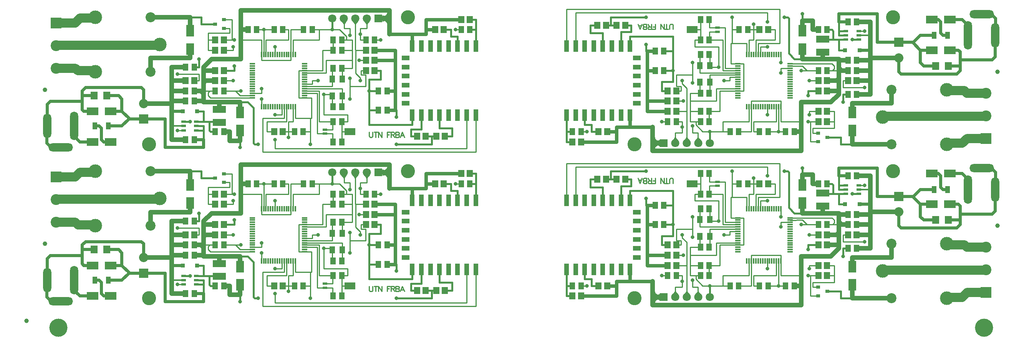
<source format=gtl>
G04*
G04 #@! TF.GenerationSoftware,Altium Limited,Altium Designer,18.0.7 (293)*
G04*
G04 Layer_Physical_Order=1*
G04 Layer_Color=255*
%FSLAX25Y25*%
%MOIN*%
G70*
G01*
G75*
%ADD10C,0.03937*%
%ADD11R,0.07087X0.03937*%
%ADD12R,0.03937X0.09843*%
%ADD13R,0.06299X0.07087*%
%ADD14R,0.03543X0.03740*%
%ADD15R,0.05315X0.05906*%
%ADD16R,0.05118X0.05906*%
%ADD17R,0.04331X0.02362*%
%ADD18R,0.09449X0.05906*%
%ADD19R,0.01181X0.04724*%
%ADD20R,0.04724X0.01181*%
%ADD21R,0.03543X0.03150*%
%ADD22R,0.06693X0.09843*%
%ADD23R,0.09843X0.06693*%
%ADD24R,0.11811X0.06102*%
%ADD25R,0.03937X0.06299*%
%ADD26R,0.04921X0.06299*%
%ADD27C,0.00900*%
%ADD28C,0.01800*%
%ADD29C,0.04000*%
%ADD30C,0.03000*%
%ADD31C,0.01500*%
%ADD32C,0.02500*%
%ADD33C,0.02756*%
%ADD34C,0.01378*%
%ADD35C,0.07874*%
%ADD36C,0.00866*%
%ADD37R,0.01181X0.04724*%
%ADD38C,0.15748*%
%ADD39C,0.07087*%
%ADD40R,0.07087X0.07087*%
%ADD41C,0.11811*%
%ADD42C,0.08661*%
%ADD43C,0.08661*%
%ADD44C,0.09449*%
%ADD45R,0.09449X0.09449*%
%ADD46R,0.08000X0.08000*%
%ADD47C,0.08000*%
%ADD48O,0.07087X0.24803*%
%ADD49O,0.07087X0.21260*%
%ADD50O,0.21260X0.07087*%
%ADD51C,0.12205*%
%ADD52C,0.03200*%
G36*
X309087Y254921D02*
X305087Y248921D01*
X305047Y249681D01*
X304927Y250361D01*
X304727Y250961D01*
X304447Y251481D01*
X304087Y251921D01*
X303647Y252281D01*
X303127Y252561D01*
X302625Y252728D01*
X302373Y252676D01*
X301933Y252538D01*
X301573Y252370D01*
X301293Y252171D01*
X301093Y251941D01*
X300973Y251681D01*
X300933Y251390D01*
Y258453D01*
X300973Y258162D01*
X301093Y257901D01*
X301293Y257672D01*
X301573Y257472D01*
X301933Y257304D01*
X302373Y257166D01*
X302625Y257114D01*
X303127Y257281D01*
X303647Y257561D01*
X304087Y257921D01*
X304447Y258361D01*
X304727Y258881D01*
X304927Y259481D01*
X305047Y260161D01*
X305087Y260921D01*
X309087Y254921D01*
D02*
G37*
G36*
X289496Y252002D02*
X288582Y250938D01*
X288359Y250618D01*
X288176Y250316D01*
X288034Y250031D01*
X287933Y249763D01*
X287872Y249513D01*
X287852Y249281D01*
X286952D01*
X286931Y249513D01*
X286870Y249763D01*
X286769Y250031D01*
X286627Y250316D01*
X286444Y250618D01*
X286221Y250938D01*
X285957Y251275D01*
X285307Y252002D01*
X284921Y252391D01*
X289882D01*
X289496Y252002D01*
D02*
G37*
G36*
X279496D02*
X278583Y250938D01*
X278359Y250618D01*
X278176Y250316D01*
X278034Y250031D01*
X277933Y249763D01*
X277872Y249513D01*
X277852Y249281D01*
X276952D01*
X276931Y249513D01*
X276870Y249763D01*
X276769Y250031D01*
X276627Y250316D01*
X276444Y250618D01*
X276221Y250938D01*
X275957Y251275D01*
X275307Y252002D01*
X274921Y252391D01*
X279882D01*
X279496Y252002D01*
D02*
G37*
G36*
X269730Y252181D02*
X268862Y251010D01*
X268649Y250669D01*
X268475Y250353D01*
X268340Y250061D01*
X268244Y249794D01*
X268186Y249553D01*
X268166Y249336D01*
X267267Y249255D01*
X267245Y249499D01*
X267182Y249755D01*
X267077Y250021D01*
X266929Y250297D01*
X266739Y250584D01*
X266507Y250882D01*
X266232Y251191D01*
X265916Y251510D01*
X265156Y252180D01*
X270097Y252621D01*
X269730Y252181D01*
D02*
G37*
G36*
X565588Y152061D02*
X565649Y151811D01*
X565751Y151544D01*
X565893Y151259D01*
X566076Y150957D01*
X566299Y150637D01*
X566563Y150300D01*
X567213Y149573D01*
X567598Y149184D01*
X562638D01*
X563024Y149573D01*
X563937Y150637D01*
X564160Y150957D01*
X564343Y151259D01*
X564485Y151544D01*
X564587Y151811D01*
X564648Y152061D01*
X564668Y152294D01*
X565568D01*
X565588Y152061D01*
D02*
G37*
G36*
X555588D02*
X555649Y151811D01*
X555751Y151544D01*
X555893Y151259D01*
X556076Y150957D01*
X556299Y150637D01*
X556563Y150300D01*
X557213Y149573D01*
X557598Y149184D01*
X552638D01*
X553024Y149573D01*
X553937Y150637D01*
X554160Y150957D01*
X554343Y151259D01*
X554485Y151544D01*
X554587Y151811D01*
X554648Y152061D01*
X554668Y152294D01*
X555568D01*
X555588Y152061D01*
D02*
G37*
G36*
X575274Y152076D02*
X575338Y151820D01*
X575443Y151554D01*
X575591Y151278D01*
X575781Y150990D01*
X576013Y150693D01*
X576287Y150384D01*
X576604Y150065D01*
X577364Y149394D01*
X572423Y148953D01*
X572789Y149394D01*
X573658Y150565D01*
X573871Y150906D01*
X574044Y151222D01*
X574179Y151514D01*
X574276Y151780D01*
X574334Y152022D01*
X574353Y152239D01*
X575253Y152320D01*
X575274Y152076D01*
D02*
G37*
G36*
X537473Y151894D02*
X537593Y151214D01*
X537793Y150614D01*
X538073Y150094D01*
X538433Y149653D01*
X538873Y149294D01*
X539393Y149014D01*
X539894Y148846D01*
X540147Y148899D01*
X540587Y149036D01*
X540947Y149205D01*
X541227Y149404D01*
X541427Y149634D01*
X541547Y149894D01*
X541587Y150185D01*
Y143122D01*
X541547Y143413D01*
X541427Y143674D01*
X541227Y143903D01*
X540947Y144102D01*
X540587Y144271D01*
X540147Y144409D01*
X539894Y144461D01*
X539393Y144294D01*
X538873Y144014D01*
X538433Y143654D01*
X538073Y143214D01*
X537793Y142694D01*
X537593Y142094D01*
X537473Y141414D01*
X537433Y140654D01*
X533433Y146653D01*
X537433Y152654D01*
X537473Y151894D01*
D02*
G37*
G36*
X309087Y121063D02*
X305087Y115063D01*
X305047Y115823D01*
X304927Y116503D01*
X304727Y117103D01*
X304447Y117623D01*
X304087Y118063D01*
X303647Y118423D01*
X303127Y118703D01*
X302625Y118870D01*
X302373Y118818D01*
X301933Y118680D01*
X301573Y118512D01*
X301293Y118313D01*
X301093Y118083D01*
X300973Y117823D01*
X300933Y117532D01*
Y124594D01*
X300973Y124303D01*
X301093Y124043D01*
X301293Y123813D01*
X301573Y123614D01*
X301933Y123446D01*
X302373Y123308D01*
X302625Y123256D01*
X303127Y123423D01*
X303647Y123703D01*
X304087Y124063D01*
X304447Y124503D01*
X304727Y125023D01*
X304927Y125623D01*
X305047Y126303D01*
X305087Y127063D01*
X309087Y121063D01*
D02*
G37*
G36*
X289496Y118143D02*
X288582Y117080D01*
X288359Y116760D01*
X288176Y116458D01*
X288034Y116173D01*
X287933Y115905D01*
X287872Y115655D01*
X287852Y115422D01*
X286952D01*
X286931Y115655D01*
X286870Y115905D01*
X286769Y116173D01*
X286627Y116458D01*
X286444Y116760D01*
X286221Y117080D01*
X285957Y117417D01*
X285307Y118143D01*
X284921Y118533D01*
X289882D01*
X289496Y118143D01*
D02*
G37*
G36*
X279496D02*
X278583Y117080D01*
X278359Y116760D01*
X278176Y116458D01*
X278034Y116173D01*
X277933Y115905D01*
X277872Y115655D01*
X277852Y115422D01*
X276952D01*
X276931Y115655D01*
X276870Y115905D01*
X276769Y116173D01*
X276627Y116458D01*
X276444Y116760D01*
X276221Y117080D01*
X275957Y117417D01*
X275307Y118143D01*
X274921Y118533D01*
X279882D01*
X279496Y118143D01*
D02*
G37*
G36*
X269730Y118323D02*
X268862Y117151D01*
X268649Y116810D01*
X268475Y116494D01*
X268340Y116203D01*
X268244Y115936D01*
X268186Y115694D01*
X268166Y115477D01*
X267267Y115396D01*
X267245Y115641D01*
X267182Y115896D01*
X267077Y116162D01*
X266929Y116439D01*
X266739Y116726D01*
X266507Y117024D01*
X266232Y117332D01*
X265916Y117652D01*
X265156Y118322D01*
X270097Y118763D01*
X269730Y118323D01*
D02*
G37*
G36*
X565588Y18203D02*
X565649Y17953D01*
X565751Y17685D01*
X565893Y17401D01*
X566076Y17098D01*
X566299Y16779D01*
X566563Y16442D01*
X567213Y15715D01*
X567598Y15326D01*
X562638D01*
X563024Y15715D01*
X563937Y16779D01*
X564160Y17098D01*
X564343Y17401D01*
X564485Y17685D01*
X564587Y17953D01*
X564648Y18203D01*
X564668Y18436D01*
X565568D01*
X565588Y18203D01*
D02*
G37*
G36*
X555588D02*
X555649Y17953D01*
X555751Y17685D01*
X555893Y17401D01*
X556076Y17098D01*
X556299Y16779D01*
X556563Y16442D01*
X557213Y15715D01*
X557598Y15326D01*
X552638D01*
X553024Y15715D01*
X553937Y16779D01*
X554160Y17098D01*
X554343Y17401D01*
X554485Y17685D01*
X554587Y17953D01*
X554648Y18203D01*
X554668Y18436D01*
X555568D01*
X555588Y18203D01*
D02*
G37*
G36*
X575274Y18217D02*
X575338Y17962D01*
X575443Y17696D01*
X575591Y17419D01*
X575781Y17132D01*
X576013Y16834D01*
X576287Y16526D01*
X576604Y16206D01*
X577364Y15536D01*
X572423Y15095D01*
X572789Y15535D01*
X573658Y16707D01*
X573871Y17048D01*
X574044Y17364D01*
X574179Y17655D01*
X574276Y17922D01*
X574334Y18164D01*
X574353Y18381D01*
X575253Y18462D01*
X575274Y18217D01*
D02*
G37*
G36*
X537473Y18035D02*
X537593Y17355D01*
X537793Y16755D01*
X538073Y16235D01*
X538433Y15795D01*
X538873Y15435D01*
X539393Y15155D01*
X539894Y14988D01*
X540147Y15040D01*
X540587Y15178D01*
X540947Y15347D01*
X541227Y15546D01*
X541427Y15775D01*
X541547Y16036D01*
X541587Y16327D01*
Y9264D01*
X541547Y9555D01*
X541427Y9815D01*
X541227Y10045D01*
X540947Y10244D01*
X540587Y10413D01*
X540147Y10550D01*
X539894Y10602D01*
X539393Y10435D01*
X538873Y10155D01*
X538433Y9795D01*
X538073Y9355D01*
X537793Y8835D01*
X537593Y8235D01*
X537473Y7555D01*
X537433Y6795D01*
X533433Y12795D01*
X537433Y18795D01*
X537473Y18035D01*
D02*
G37*
G54D10*
X-7874Y-7874D02*
D03*
X7874Y59055D02*
D03*
Y192913D02*
D03*
X834646Y208661D02*
D03*
Y74803D02*
D03*
G54D11*
X320866Y86614D02*
D03*
Y78740D02*
D03*
Y70866D02*
D03*
Y62992D02*
D03*
Y55118D02*
D03*
Y47244D02*
D03*
Y220472D02*
D03*
Y212598D02*
D03*
Y204724D02*
D03*
Y196850D02*
D03*
Y188976D02*
D03*
Y181102D02*
D03*
X521654Y181102D02*
D03*
Y188976D02*
D03*
Y196850D02*
D03*
Y204724D02*
D03*
Y212598D02*
D03*
Y220472D02*
D03*
Y47244D02*
D03*
Y55118D02*
D03*
Y62992D02*
D03*
Y70866D02*
D03*
Y78740D02*
D03*
Y86614D02*
D03*
G54D12*
X381890Y96850D02*
D03*
Y37008D02*
D03*
X374016D02*
D03*
X366142D02*
D03*
X358268D02*
D03*
X350394D02*
D03*
X342520D02*
D03*
X334646D02*
D03*
X326772D02*
D03*
Y96850D02*
D03*
X334646D02*
D03*
X342520D02*
D03*
X350394D02*
D03*
X358268D02*
D03*
X366142D02*
D03*
X374016D02*
D03*
X381890Y230709D02*
D03*
Y170866D02*
D03*
X374016D02*
D03*
X366142D02*
D03*
X358268D02*
D03*
X350394D02*
D03*
X342520D02*
D03*
X334646D02*
D03*
X326772D02*
D03*
Y230709D02*
D03*
X334646D02*
D03*
X342520D02*
D03*
X350394D02*
D03*
X358268D02*
D03*
X366142D02*
D03*
X374016D02*
D03*
X460630Y170866D02*
D03*
Y230709D02*
D03*
X468504D02*
D03*
X476378D02*
D03*
X484252D02*
D03*
X492126D02*
D03*
X500000D02*
D03*
X507874D02*
D03*
X515748D02*
D03*
Y170866D02*
D03*
X507874D02*
D03*
X500000D02*
D03*
X492126D02*
D03*
X484252D02*
D03*
X476378D02*
D03*
X468504D02*
D03*
X460630Y37008D02*
D03*
Y96850D02*
D03*
X468504D02*
D03*
X476378D02*
D03*
X484252D02*
D03*
X492126D02*
D03*
X500000D02*
D03*
X507874D02*
D03*
X515748D02*
D03*
Y37008D02*
D03*
X507874D02*
D03*
X500000D02*
D03*
X492126D02*
D03*
X484252D02*
D03*
X476378D02*
D03*
X468504D02*
D03*
G54D13*
X50591Y54134D02*
D03*
X61614D02*
D03*
X50591Y187992D02*
D03*
X61614D02*
D03*
X791929Y213583D02*
D03*
X780905D02*
D03*
X791929Y79724D02*
D03*
X780905D02*
D03*
G54D14*
X140059Y40354D02*
D03*
X127657D02*
D03*
X140059Y174213D02*
D03*
X127657D02*
D03*
X702461Y227362D02*
D03*
X714862D02*
D03*
X702461Y93504D02*
D03*
X714862D02*
D03*
G54D15*
X347638Y18701D02*
D03*
X355118D02*
D03*
X338386D02*
D03*
X330906D02*
D03*
X376772Y120079D02*
D03*
X369291D02*
D03*
X346654Y111221D02*
D03*
X354134D02*
D03*
X294094Y93504D02*
D03*
X286614D02*
D03*
X294094Y84646D02*
D03*
X286614D02*
D03*
X286614Y75787D02*
D03*
X294094D02*
D03*
X206890Y22638D02*
D03*
X214370D02*
D03*
X163189Y93504D02*
D03*
X155709D02*
D03*
X155709Y102362D02*
D03*
X163189D02*
D03*
X155709Y75787D02*
D03*
X163189D02*
D03*
X155709Y66929D02*
D03*
X163189D02*
D03*
X137598Y66929D02*
D03*
X130118D02*
D03*
X347638Y152559D02*
D03*
X355118D02*
D03*
X338386D02*
D03*
X330906D02*
D03*
X376772Y253937D02*
D03*
X369291D02*
D03*
X346654Y245079D02*
D03*
X354134D02*
D03*
X294094Y227362D02*
D03*
X286614D02*
D03*
X294094Y218504D02*
D03*
X286614D02*
D03*
X286614Y209646D02*
D03*
X294094D02*
D03*
X206890Y156496D02*
D03*
X214370D02*
D03*
X163189Y227362D02*
D03*
X155709D02*
D03*
X155709Y236221D02*
D03*
X163189D02*
D03*
X155709Y209646D02*
D03*
X163189D02*
D03*
X155709Y200787D02*
D03*
X163189D02*
D03*
X137598Y200787D02*
D03*
X130118D02*
D03*
X494882Y249016D02*
D03*
X487402D02*
D03*
X504134D02*
D03*
X511614D02*
D03*
X465748Y147638D02*
D03*
X473228D02*
D03*
X495866Y156496D02*
D03*
X488386D02*
D03*
X548425Y174213D02*
D03*
X555905D02*
D03*
X548425Y183071D02*
D03*
X555905D02*
D03*
X555905Y191929D02*
D03*
X548425D02*
D03*
X635630Y245079D02*
D03*
X628150D02*
D03*
X679331Y174213D02*
D03*
X686811D02*
D03*
X686811Y165354D02*
D03*
X679331D02*
D03*
X686811Y191929D02*
D03*
X679331D02*
D03*
X686811Y200787D02*
D03*
X679331D02*
D03*
X704921Y200787D02*
D03*
X712402D02*
D03*
X494882Y115157D02*
D03*
X487402D02*
D03*
X504134D02*
D03*
X511614D02*
D03*
X465748Y13780D02*
D03*
X473228D02*
D03*
X495866Y22638D02*
D03*
X488386D02*
D03*
X548425Y40354D02*
D03*
X555905D02*
D03*
X548425Y49213D02*
D03*
X555905D02*
D03*
X555905Y58071D02*
D03*
X548425D02*
D03*
X635630Y111221D02*
D03*
X628150D02*
D03*
X679331Y40354D02*
D03*
X686811D02*
D03*
X686811Y31496D02*
D03*
X679331D02*
D03*
X686811Y58071D02*
D03*
X679331D02*
D03*
X686811Y66929D02*
D03*
X679331D02*
D03*
X704921Y66929D02*
D03*
X712402D02*
D03*
G54D16*
X369291Y111221D02*
D03*
X376772D02*
D03*
X294094Y102362D02*
D03*
X286614D02*
D03*
X224606Y22638D02*
D03*
X232087D02*
D03*
X239961Y111221D02*
D03*
X232480D02*
D03*
X206890D02*
D03*
X214370D02*
D03*
X191732D02*
D03*
X184252D02*
D03*
X163189Y58071D02*
D03*
X155709D02*
D03*
Y22638D02*
D03*
X163189D02*
D03*
X130118Y49213D02*
D03*
X137598D02*
D03*
X130118Y58071D02*
D03*
X137598D02*
D03*
Y78740D02*
D03*
X130118D02*
D03*
X137598Y15748D02*
D03*
X130118D02*
D03*
X258071Y102362D02*
D03*
X265551D02*
D03*
X258071Y93504D02*
D03*
X265551D02*
D03*
X258071Y13780D02*
D03*
X265551D02*
D03*
X258071Y31496D02*
D03*
X265551D02*
D03*
X258071Y77756D02*
D03*
X265551D02*
D03*
Y44291D02*
D03*
X258071D02*
D03*
X304921Y58071D02*
D03*
X297441D02*
D03*
X304921Y41339D02*
D03*
X297441D02*
D03*
X369291Y245079D02*
D03*
X376772D02*
D03*
X294094Y236221D02*
D03*
X286614D02*
D03*
X224606Y156496D02*
D03*
X232087D02*
D03*
X239961Y245079D02*
D03*
X232480D02*
D03*
X206890D02*
D03*
X214370D02*
D03*
X191732D02*
D03*
X184252D02*
D03*
X163189Y191929D02*
D03*
X155709D02*
D03*
Y156496D02*
D03*
X163189D02*
D03*
X130118Y183071D02*
D03*
X137598D02*
D03*
X130118Y191929D02*
D03*
X137598D02*
D03*
Y212598D02*
D03*
X130118D02*
D03*
X137598Y149606D02*
D03*
X130118D02*
D03*
X258071Y236221D02*
D03*
X265551D02*
D03*
X258071Y227362D02*
D03*
X265551D02*
D03*
X258071Y147638D02*
D03*
X265551D02*
D03*
X258071Y165354D02*
D03*
X265551D02*
D03*
X258071Y211614D02*
D03*
X265551D02*
D03*
Y178150D02*
D03*
X258071D02*
D03*
X304921Y191929D02*
D03*
X297441D02*
D03*
X304921Y175197D02*
D03*
X297441D02*
D03*
X473228Y156496D02*
D03*
X465748D02*
D03*
X548425Y165354D02*
D03*
X555905D02*
D03*
X617913Y245079D02*
D03*
X610433D02*
D03*
X602559Y156496D02*
D03*
X610039D02*
D03*
X635630D02*
D03*
X628150D02*
D03*
X650787D02*
D03*
X658268D02*
D03*
X679331Y209646D02*
D03*
X686811D02*
D03*
Y245079D02*
D03*
X679331D02*
D03*
X712402Y218504D02*
D03*
X704921D02*
D03*
X712402Y209646D02*
D03*
X704921D02*
D03*
Y188976D02*
D03*
X712402D02*
D03*
X704921Y251969D02*
D03*
X712402D02*
D03*
X584449Y165354D02*
D03*
X576968D02*
D03*
X584449Y174213D02*
D03*
X576968D02*
D03*
X584449Y253937D02*
D03*
X576968D02*
D03*
X584449Y236221D02*
D03*
X576968D02*
D03*
X584449Y189961D02*
D03*
X576968D02*
D03*
Y223425D02*
D03*
X584449D02*
D03*
X537598Y209646D02*
D03*
X545079D02*
D03*
X537598Y226378D02*
D03*
X545079D02*
D03*
X473228Y22638D02*
D03*
X465748D02*
D03*
X548425Y31496D02*
D03*
X555905D02*
D03*
X617913Y111221D02*
D03*
X610433D02*
D03*
X602559Y22638D02*
D03*
X610039D02*
D03*
X635630D02*
D03*
X628150D02*
D03*
X650787D02*
D03*
X658268D02*
D03*
X679331Y75787D02*
D03*
X686811D02*
D03*
Y111221D02*
D03*
X679331D02*
D03*
X712402Y84646D02*
D03*
X704921D02*
D03*
X712402Y75787D02*
D03*
X704921D02*
D03*
Y55118D02*
D03*
X712402D02*
D03*
X704921Y118110D02*
D03*
X712402D02*
D03*
X584449Y31496D02*
D03*
X576968D02*
D03*
X584449Y40354D02*
D03*
X576968D02*
D03*
X584449Y120079D02*
D03*
X576968D02*
D03*
X584449Y102362D02*
D03*
X576968D02*
D03*
X584449Y56102D02*
D03*
X576968D02*
D03*
Y89567D02*
D03*
X584449D02*
D03*
X537598Y75787D02*
D03*
X545079D02*
D03*
X537598Y92520D02*
D03*
X545079D02*
D03*
G54D17*
X250886Y20866D02*
D03*
Y24409D02*
D03*
X128347Y31299D02*
D03*
Y27559D02*
D03*
Y23819D02*
D03*
X139370D02*
D03*
Y27559D02*
D03*
Y31299D02*
D03*
X250886Y154724D02*
D03*
Y158268D02*
D03*
X128347Y165157D02*
D03*
Y161417D02*
D03*
Y157677D02*
D03*
X139370D02*
D03*
Y161417D02*
D03*
Y165157D02*
D03*
X591634Y246850D02*
D03*
Y243307D02*
D03*
X714173Y236417D02*
D03*
Y240158D02*
D03*
Y243898D02*
D03*
X703150D02*
D03*
Y240158D02*
D03*
Y236417D02*
D03*
X591634Y112992D02*
D03*
Y109449D02*
D03*
X714173Y102559D02*
D03*
Y106299D02*
D03*
Y110039D02*
D03*
X703150D02*
D03*
Y106299D02*
D03*
Y102559D02*
D03*
G54D18*
X272736Y22638D02*
D03*
Y156496D02*
D03*
X569783Y245079D02*
D03*
Y111221D02*
D03*
G54D19*
X225394Y44291D02*
D03*
X223425D02*
D03*
X221457D02*
D03*
X219488D02*
D03*
X217520D02*
D03*
X215551D02*
D03*
X213583D02*
D03*
X211614D02*
D03*
X209646D02*
D03*
X207677D02*
D03*
X205709D02*
D03*
X203740D02*
D03*
X201772D02*
D03*
X199803D02*
D03*
X197835D02*
D03*
X195866D02*
D03*
Y89567D02*
D03*
X197835D02*
D03*
X199803D02*
D03*
X201772D02*
D03*
X203740D02*
D03*
X205709D02*
D03*
X207677D02*
D03*
X209646D02*
D03*
X211614D02*
D03*
X213583D02*
D03*
X215551D02*
D03*
X217520D02*
D03*
X219488D02*
D03*
X221457D02*
D03*
X223425D02*
D03*
X225394D02*
D03*
Y178150D02*
D03*
X223425D02*
D03*
X221457D02*
D03*
X219488D02*
D03*
X217520D02*
D03*
X215551D02*
D03*
X213583D02*
D03*
X211614D02*
D03*
X209646D02*
D03*
X207677D02*
D03*
X205709D02*
D03*
X203740D02*
D03*
X201772D02*
D03*
X199803D02*
D03*
X197835D02*
D03*
X195866D02*
D03*
Y223425D02*
D03*
X197835D02*
D03*
X199803D02*
D03*
X201772D02*
D03*
X203740D02*
D03*
X205709D02*
D03*
X207677D02*
D03*
X209646D02*
D03*
X211614D02*
D03*
X213583D02*
D03*
X215551D02*
D03*
X217520D02*
D03*
X219488D02*
D03*
X221457D02*
D03*
X223425D02*
D03*
X225394D02*
D03*
X617126Y223425D02*
D03*
X619095D02*
D03*
X621063D02*
D03*
X623032D02*
D03*
X625000D02*
D03*
X626968D02*
D03*
X628937D02*
D03*
X630905D02*
D03*
X632874D02*
D03*
X634842D02*
D03*
X636811D02*
D03*
X638779D02*
D03*
X640748D02*
D03*
X642717D02*
D03*
X644685D02*
D03*
X646654D02*
D03*
X617126Y89567D02*
D03*
X619095D02*
D03*
X621063D02*
D03*
X623032D02*
D03*
X625000D02*
D03*
X626968D02*
D03*
X628937D02*
D03*
X630905D02*
D03*
X632874D02*
D03*
X634842D02*
D03*
X636811D02*
D03*
X638779D02*
D03*
X640748D02*
D03*
X642717D02*
D03*
X644685D02*
D03*
X646654D02*
D03*
G54D20*
X187992Y52165D02*
D03*
Y54134D02*
D03*
Y56102D02*
D03*
Y58071D02*
D03*
Y60039D02*
D03*
Y62008D02*
D03*
Y63976D02*
D03*
Y65945D02*
D03*
Y67913D02*
D03*
Y69882D02*
D03*
Y71850D02*
D03*
Y73819D02*
D03*
Y75787D02*
D03*
Y77756D02*
D03*
Y79724D02*
D03*
Y81693D02*
D03*
X233268D02*
D03*
Y79724D02*
D03*
Y77756D02*
D03*
Y75787D02*
D03*
Y73819D02*
D03*
Y71850D02*
D03*
Y69882D02*
D03*
Y67913D02*
D03*
Y65945D02*
D03*
Y63976D02*
D03*
Y62008D02*
D03*
Y60039D02*
D03*
Y58071D02*
D03*
Y56102D02*
D03*
Y54134D02*
D03*
Y52165D02*
D03*
X187992Y186024D02*
D03*
Y187992D02*
D03*
Y189961D02*
D03*
Y191929D02*
D03*
Y193898D02*
D03*
Y195866D02*
D03*
Y197835D02*
D03*
Y199803D02*
D03*
Y201772D02*
D03*
Y203740D02*
D03*
Y205709D02*
D03*
Y207677D02*
D03*
Y209646D02*
D03*
Y211614D02*
D03*
Y213583D02*
D03*
Y215551D02*
D03*
X233268D02*
D03*
Y213583D02*
D03*
Y211614D02*
D03*
Y209646D02*
D03*
Y207677D02*
D03*
Y205709D02*
D03*
Y203740D02*
D03*
Y201772D02*
D03*
Y199803D02*
D03*
Y197835D02*
D03*
Y195866D02*
D03*
Y193898D02*
D03*
Y191929D02*
D03*
Y189961D02*
D03*
Y187992D02*
D03*
Y186024D02*
D03*
X654528Y215551D02*
D03*
Y213583D02*
D03*
Y211614D02*
D03*
Y209646D02*
D03*
Y207677D02*
D03*
Y205709D02*
D03*
Y203740D02*
D03*
Y201772D02*
D03*
Y199803D02*
D03*
Y197835D02*
D03*
Y195866D02*
D03*
Y193898D02*
D03*
Y191929D02*
D03*
Y189961D02*
D03*
Y187992D02*
D03*
Y186024D02*
D03*
X609252D02*
D03*
Y187992D02*
D03*
Y189961D02*
D03*
Y191929D02*
D03*
Y193898D02*
D03*
Y195866D02*
D03*
Y197835D02*
D03*
Y199803D02*
D03*
Y201772D02*
D03*
Y203740D02*
D03*
Y205709D02*
D03*
Y207677D02*
D03*
Y209646D02*
D03*
Y211614D02*
D03*
Y213583D02*
D03*
Y215551D02*
D03*
X654528Y81693D02*
D03*
Y79724D02*
D03*
Y77756D02*
D03*
Y75787D02*
D03*
Y73819D02*
D03*
Y71850D02*
D03*
Y69882D02*
D03*
Y67913D02*
D03*
Y65945D02*
D03*
Y63976D02*
D03*
Y62008D02*
D03*
Y60039D02*
D03*
Y58071D02*
D03*
Y56102D02*
D03*
Y54134D02*
D03*
Y52165D02*
D03*
X609252D02*
D03*
Y54134D02*
D03*
Y56102D02*
D03*
Y58071D02*
D03*
Y60039D02*
D03*
Y62008D02*
D03*
Y63976D02*
D03*
Y65945D02*
D03*
Y67913D02*
D03*
Y69882D02*
D03*
Y71850D02*
D03*
Y73819D02*
D03*
Y75787D02*
D03*
Y77756D02*
D03*
Y79724D02*
D03*
Y81693D02*
D03*
G54D21*
X163386Y119882D02*
D03*
X155512Y116142D02*
D03*
X163386Y112402D02*
D03*
Y253740D02*
D03*
X155512Y250000D02*
D03*
X163386Y246260D02*
D03*
X679134Y147835D02*
D03*
X687008Y151575D02*
D03*
X679134Y155315D02*
D03*
Y13976D02*
D03*
X687008Y17717D02*
D03*
X679134Y21457D02*
D03*
G54D22*
X177165Y39370D02*
D03*
Y23622D02*
D03*
X133858Y110236D02*
D03*
Y94488D02*
D03*
X177165Y173228D02*
D03*
Y157480D02*
D03*
X133858Y244094D02*
D03*
Y228346D02*
D03*
X665354Y228346D02*
D03*
Y244094D02*
D03*
X708661Y157480D02*
D03*
Y173228D02*
D03*
X665354Y94488D02*
D03*
Y110236D02*
D03*
X708661Y23622D02*
D03*
Y39370D02*
D03*
G54D23*
X49213Y40354D02*
D03*
X64961D02*
D03*
Y13780D02*
D03*
X49213D02*
D03*
Y174213D02*
D03*
X64961D02*
D03*
Y147638D02*
D03*
X49213D02*
D03*
X793307Y227362D02*
D03*
X777559D02*
D03*
Y253937D02*
D03*
X793307D02*
D03*
Y93504D02*
D03*
X777559D02*
D03*
Y120079D02*
D03*
X793307D02*
D03*
G54D24*
X159449Y30807D02*
D03*
Y42028D02*
D03*
Y164665D02*
D03*
Y175886D02*
D03*
X683071Y236910D02*
D03*
Y225689D02*
D03*
Y103051D02*
D03*
Y91831D02*
D03*
G54D25*
X51181Y27559D02*
D03*
X62992D02*
D03*
X51181Y161417D02*
D03*
X62992D02*
D03*
X791339Y240158D02*
D03*
X779528D02*
D03*
X791339Y106299D02*
D03*
X779528D02*
D03*
G54D26*
X266142Y53740D02*
D03*
X257480Y68307D02*
D03*
X266142D02*
D03*
X257480Y53740D02*
D03*
X266142Y187598D02*
D03*
X257480Y202165D02*
D03*
X266142D02*
D03*
X257480Y187598D02*
D03*
X576378Y213976D02*
D03*
X585039Y199409D02*
D03*
X576378D02*
D03*
X585039Y213976D02*
D03*
X576378Y80118D02*
D03*
X585039Y65551D02*
D03*
X576378D02*
D03*
X585039Y80118D02*
D03*
G54D27*
X228346Y52165D02*
X239173D01*
X149606Y54134D02*
X151575Y52165D01*
X213555Y37402D02*
Y44291D01*
X207677Y7874D02*
X374016D01*
X207677D02*
Y15748D01*
X219488Y17717D02*
Y22638D01*
X267717Y112205D02*
Y121063D01*
X286417Y62008D02*
Y71850D01*
X282480D02*
X286417D01*
X282480D02*
Y75787D01*
X277559Y73426D02*
X281496Y69489D01*
X277559Y73426D02*
Y93504D01*
X281496Y66929D02*
Y69489D01*
X282480Y75787D02*
X286614D01*
X272638Y62008D02*
Y68898D01*
Y51181D02*
Y62008D01*
X286417D01*
X170276Y102362D02*
Y119882D01*
Y102362D02*
X172244D01*
X163386Y119882D02*
X170276D01*
X163189Y102362D02*
X170276D01*
X173228Y58071D02*
X178150D01*
X294094Y102362D02*
X299213D01*
X364173Y111221D02*
X369291D01*
X250000Y37402D02*
Y55118D01*
Y37402D02*
X270669D01*
Y31496D02*
Y37402D01*
X265551Y31496D02*
X270669D01*
X257402Y111221D02*
X263779D01*
X269685Y105315D01*
Y102362D02*
Y105315D01*
Y102362D02*
X274606D01*
X265551D02*
X269685D01*
X246063Y111221D02*
X257402D01*
X239961D02*
X246063D01*
X233268Y64004D02*
X240158D01*
X250000Y55118D02*
X256102D01*
X257480Y53740D01*
X265551Y77756D02*
X274606D01*
Y84646D01*
X281496Y112205D02*
X287402D01*
X281496Y107283D02*
Y112205D01*
X287402D02*
Y121063D01*
X277402Y93661D02*
X277559Y93504D01*
X277402Y93661D02*
Y121063D01*
X267402D02*
X267717D01*
Y112205D02*
X272638D01*
Y106299D02*
Y112205D01*
X281496Y102362D02*
Y107283D01*
X123031Y72835D02*
X141732D01*
Y66929D02*
Y72835D01*
X137598Y66929D02*
X141732D01*
X178150Y102362D02*
X195866D01*
X374016Y7874D02*
Y37008D01*
X381890Y4921D02*
Y37008D01*
X196850Y4921D02*
X381890D01*
X196850D02*
Y34449D01*
X228346Y52165D02*
Y75787D01*
X233268D01*
X238189Y11811D02*
Y22638D01*
Y34449D02*
X239173D01*
Y52165D01*
X221457Y84646D02*
Y89567D01*
X195866Y84646D02*
X221457D01*
X195866D02*
Y89567D01*
X225394Y34449D02*
Y44291D01*
Y34449D02*
X238189D01*
Y22638D02*
Y34449D01*
X232087Y22638D02*
X238189D01*
X151118Y58071D02*
X155709D01*
X145669D02*
X151118D01*
X240158Y66929D02*
X245079D01*
X240158Y64004D02*
Y66929D01*
X233268Y63976D02*
Y64004D01*
Y62008D02*
X257480D01*
X233268Y60039D02*
X266142D01*
X246063Y31496D02*
Y58071D01*
X233268D02*
X246063D01*
X244263Y20866D02*
Y56102D01*
X233268D02*
X244263D01*
X280512Y84646D02*
X286614D01*
X195866Y56102D02*
Y60039D01*
X187992Y56102D02*
X195866D01*
X277559Y93504D02*
X286614D01*
X195866Y44291D02*
Y51181D01*
X207677Y37402D02*
X213555D01*
Y44291D02*
X213583D01*
X215551Y34449D02*
Y44291D01*
X196850Y34449D02*
X215551D01*
X217520Y31496D02*
Y44291D01*
X200787Y31496D02*
X217520D01*
X200787Y22638D02*
Y31496D01*
X286614Y84646D02*
Y84646D01*
X281496Y102362D02*
X286614D01*
X200787Y22638D02*
X206890D01*
X219488D02*
X224606D01*
X214370D02*
X219488D01*
Y31496D02*
X223425D01*
X219488Y22638D02*
Y31496D01*
X207677Y89567D02*
Y96457D01*
X171260Y93504D02*
Y96457D01*
X163189Y93504D02*
X171260D01*
X149606D02*
Y102362D01*
Y93504D02*
X155709D01*
X149606Y102362D02*
X155709D01*
X163386Y112402D02*
X168307D01*
Y108268D02*
Y112402D01*
X149606Y108268D02*
X168307D01*
X149606Y102362D02*
Y108268D01*
X163189Y66929D02*
Y66929D01*
X171260D01*
X123031Y23819D02*
X128347D01*
X155709Y75787D02*
Y75787D01*
X149606Y54134D02*
Y56559D01*
X151575Y52165D02*
X187992D01*
X149606Y56559D02*
X151118Y58071D01*
X173228D02*
X177165Y54134D01*
X163189Y58071D02*
X173228D01*
X177165Y54134D02*
X187824Y54162D01*
X187992Y54134D01*
X223425Y89567D02*
Y102362D01*
X246063D01*
Y111221D01*
X221457Y89567D02*
Y111221D01*
X232480D01*
X195866Y89567D02*
Y102362D01*
X199803Y89567D02*
Y102362D01*
X219488D01*
Y111221D01*
X214370D02*
X219488D01*
X197835D02*
X206890D01*
X191732D02*
X197835D01*
Y89567D02*
Y111221D01*
X223425Y31496D02*
Y44291D01*
X251969Y84646D02*
X274606D01*
Y93504D01*
X265551D02*
X274606D01*
Y102362D01*
X251969Y73819D02*
Y84646D01*
X233268Y73819D02*
X251969D01*
X249016Y93504D02*
X258071D01*
X249016Y75787D02*
Y93504D01*
X233268Y75787D02*
X249016D01*
X258071Y93504D02*
Y102362D01*
X233268Y75787D02*
Y75787D01*
X244263Y20866D02*
X250886D01*
X257776Y13780D02*
Y20866D01*
X250886D02*
X257776D01*
Y24409D02*
Y31496D01*
X250886Y24409D02*
X257776D01*
X265551Y22638D02*
X272736D01*
X265551D02*
Y31496D01*
Y13780D02*
Y22638D01*
X257776Y13780D02*
X258071D01*
X257776Y31496D02*
X258071D01*
X246063D02*
X256791D01*
X257480Y62008D02*
Y68307D01*
X266142Y53740D02*
Y60039D01*
X265551Y44291D02*
X266142Y44882D01*
Y53740D01*
X257480Y44882D02*
X258071Y44291D01*
X257480Y44882D02*
Y53740D01*
Y77165D02*
X258071Y77756D01*
X257480Y68307D02*
Y77165D01*
X265551Y77756D02*
X266142Y77165D01*
Y68307D02*
Y77165D01*
X228346Y186024D02*
X239173D01*
X149606Y187992D02*
X151575Y186024D01*
X213555Y171260D02*
Y178150D01*
X207677Y141732D02*
X374016D01*
X207677D02*
Y149606D01*
X219488Y151575D02*
Y156496D01*
X267717Y246063D02*
Y254921D01*
X286417Y195866D02*
Y205709D01*
X282480D02*
X286417D01*
X282480D02*
Y209646D01*
X277559Y207284D02*
X281496Y203347D01*
X277559Y207284D02*
Y227362D01*
X281496Y200787D02*
Y203347D01*
X282480Y209646D02*
X286614D01*
X272638Y195866D02*
Y202756D01*
Y185039D02*
Y195866D01*
X286417D01*
X170276Y236221D02*
Y253740D01*
Y236221D02*
X172244D01*
X163386Y253740D02*
X170276D01*
X163189Y236221D02*
X170276D01*
X173228Y191929D02*
X178150D01*
X294094Y236221D02*
X299213D01*
X364173Y245079D02*
X369291D01*
X250000Y171260D02*
Y188976D01*
Y171260D02*
X270669D01*
Y165354D02*
Y171260D01*
X265551Y165354D02*
X270669D01*
X257402Y245079D02*
X263779D01*
X269685Y239173D01*
Y236221D02*
Y239173D01*
Y236221D02*
X274606D01*
X265551D02*
X269685D01*
X246063Y245079D02*
X257402D01*
X239961D02*
X246063D01*
X233268Y197863D02*
X240158D01*
X250000Y188976D02*
X256102D01*
X257480Y187598D01*
X265551Y211614D02*
X274606D01*
Y218504D01*
X281496Y246063D02*
X287402D01*
X281496Y241142D02*
Y246063D01*
X287402D02*
Y254921D01*
X277402Y227520D02*
X277559Y227362D01*
X277402Y227520D02*
Y254921D01*
X267402D02*
X267717D01*
Y246063D02*
X272638D01*
Y240158D02*
Y246063D01*
X281496Y236221D02*
Y241142D01*
X123031Y206693D02*
X141732D01*
Y200787D02*
Y206693D01*
X137598Y200787D02*
X141732D01*
X178150Y236221D02*
X195866D01*
X374016Y141732D02*
Y170866D01*
X381890Y138779D02*
Y170866D01*
X196850Y138779D02*
X381890D01*
X196850D02*
Y168307D01*
X228346Y186024D02*
Y209646D01*
X233268D01*
X238189Y145669D02*
Y156496D01*
Y168307D02*
X239173D01*
Y186024D01*
X221457Y218504D02*
Y223425D01*
X195866Y218504D02*
X221457D01*
X195866D02*
Y223425D01*
X225394Y168307D02*
Y178150D01*
Y168307D02*
X238189D01*
Y156496D02*
Y168307D01*
X232087Y156496D02*
X238189D01*
X151118Y191929D02*
X155709D01*
X145669D02*
X151118D01*
X240158Y200787D02*
X245079D01*
X240158Y197863D02*
Y200787D01*
X233268Y197835D02*
Y197863D01*
Y195866D02*
X257480D01*
X233268Y193898D02*
X266142D01*
X246063Y165354D02*
Y191929D01*
X233268D02*
X246063D01*
X244263Y154724D02*
Y189961D01*
X233268D02*
X244263D01*
X280512Y218504D02*
X286614D01*
X195866Y189961D02*
Y193898D01*
X187992Y189961D02*
X195866D01*
X277559Y227362D02*
X286614D01*
X195866Y178150D02*
Y185039D01*
X207677Y171260D02*
X213555D01*
Y178150D02*
X213583D01*
X215551Y168307D02*
Y178150D01*
X196850Y168307D02*
X215551D01*
X217520Y165354D02*
Y178150D01*
X200787Y165354D02*
X217520D01*
X200787Y156496D02*
Y165354D01*
X286614Y218504D02*
Y218504D01*
X281496Y236221D02*
X286614D01*
X200787Y156496D02*
X206890D01*
X219488D02*
X224606D01*
X214370D02*
X219488D01*
Y165354D02*
X223425D01*
X219488Y156496D02*
Y165354D01*
X207677Y223425D02*
Y230315D01*
X171260Y227362D02*
Y230315D01*
X163189Y227362D02*
X171260D01*
X149606D02*
Y236221D01*
Y227362D02*
X155709D01*
X149606Y236221D02*
X155709D01*
X163386Y246260D02*
X168307D01*
Y242126D02*
Y246260D01*
X149606Y242126D02*
X168307D01*
X149606Y236221D02*
Y242126D01*
X163189Y200787D02*
Y200787D01*
X171260D01*
X123031Y157677D02*
X128347D01*
X155709Y209646D02*
Y209646D01*
X149606Y187992D02*
Y190418D01*
X151575Y186024D02*
X187992D01*
X149606Y190418D02*
X151118Y191929D01*
X173228D02*
X177165Y187992D01*
X163189Y191929D02*
X173228D01*
X177165Y187992D02*
X187824Y188020D01*
X187992Y187992D01*
X223425Y223425D02*
Y236221D01*
X246063D01*
Y245079D01*
X221457Y223425D02*
Y245079D01*
X232480D01*
X195866Y223425D02*
Y236221D01*
X199803Y223425D02*
Y236221D01*
X219488D01*
Y245079D01*
X214370D02*
X219488D01*
X197835D02*
X206890D01*
X191732D02*
X197835D01*
Y223425D02*
Y245079D01*
X223425Y165354D02*
Y178150D01*
X251969Y218504D02*
X274606D01*
Y227362D01*
X265551D02*
X274606D01*
Y236221D01*
X251969Y207677D02*
Y218504D01*
X233268Y207677D02*
X251969D01*
X249016Y227362D02*
X258071D01*
X249016Y209646D02*
Y227362D01*
X233268Y209646D02*
X249016D01*
X258071Y227362D02*
Y236221D01*
X233268Y209646D02*
Y209646D01*
X244263Y154724D02*
X250886D01*
X257776Y147638D02*
Y154724D01*
X250886D02*
X257776D01*
Y158268D02*
Y165354D01*
X250886Y158268D02*
X257776D01*
X265551Y156496D02*
X272736D01*
X265551D02*
Y165354D01*
Y147638D02*
Y156496D01*
X257776Y147638D02*
X258071D01*
X257776Y165354D02*
X258071D01*
X246063D02*
X256791D01*
X257480Y195866D02*
Y202165D01*
X266142Y187598D02*
Y193898D01*
X265551Y178150D02*
X266142Y178740D01*
Y187598D01*
X257480Y178740D02*
X258071Y178150D01*
X257480Y178740D02*
Y187598D01*
Y211024D02*
X258071Y211614D01*
X257480Y202165D02*
Y211024D01*
X265551Y211614D02*
X266142Y211024D01*
Y202165D02*
Y211024D01*
X614173Y215551D02*
X603346D01*
X692913Y213583D02*
X690945Y215551D01*
X628965Y230315D02*
Y223425D01*
X634842Y259842D02*
X468504D01*
X634842D02*
Y251969D01*
X623032Y250000D02*
Y245079D01*
X574803Y155512D02*
Y146653D01*
X556102Y205709D02*
Y195866D01*
X560039D02*
X556102D01*
X560039D02*
Y191929D01*
X564961Y194291D02*
X561024Y198228D01*
X564961Y194291D02*
Y174213D01*
X561024Y200787D02*
Y198228D01*
X560039Y191929D02*
X555905D01*
X569882Y205709D02*
Y198819D01*
Y216535D02*
Y205709D01*
X556102D01*
X672244Y165354D02*
Y147835D01*
Y165354D02*
X670276D01*
X679134Y147835D02*
X672244D01*
X679331Y165354D02*
X672244D01*
X669291Y209646D02*
X664370D01*
X548425Y165354D02*
X543307D01*
X478346Y156496D02*
X473228D01*
X592520Y230315D02*
Y212598D01*
Y230315D02*
X571850D01*
Y236221D02*
Y230315D01*
X576968Y236221D02*
X571850D01*
X585118Y156496D02*
X578740D01*
X572835Y162402D01*
Y165354D02*
Y162402D01*
Y165354D02*
X567913D01*
X576968D02*
X572835D01*
X596457Y156496D02*
X585118D01*
X602559D02*
X596457D01*
X609252Y203712D02*
X602362D01*
X592520Y212598D02*
X586417D01*
X585039Y213976D01*
X576968Y189961D02*
X567913D01*
Y183071D01*
X561024Y155512D02*
X555118D01*
X561024Y160433D02*
Y155512D01*
X555118D02*
Y146653D01*
X565118Y174055D02*
X564961Y174213D01*
X565118Y174055D02*
Y146653D01*
X575118D02*
X574803D01*
Y155512D02*
X569882D01*
Y161417D02*
Y155512D01*
X561024Y165354D02*
Y160433D01*
X719488Y194882D02*
X700787D01*
Y200787D02*
Y194882D01*
X704921Y200787D02*
X700787D01*
X664370Y165354D02*
X646654D01*
X468504Y259842D02*
Y230709D01*
X460630Y262795D02*
Y230709D01*
X645669Y262795D02*
X460630D01*
X645669D02*
Y233268D01*
X614173Y215551D02*
Y191929D01*
X609252D01*
X604331Y255906D02*
Y245079D01*
Y233268D02*
X603346D01*
Y215551D01*
X621063Y183071D02*
Y178150D01*
X646654Y183071D02*
X621063D01*
X646654D02*
Y178150D01*
X617126Y233268D02*
Y223425D01*
Y233268D02*
X604331D01*
Y245079D02*
Y233268D01*
X610433Y245079D02*
X604331D01*
X691402Y209646D02*
X686811D01*
X696850D02*
X691402D01*
X602362Y200787D02*
X597441D01*
X602362Y203712D02*
Y200787D01*
X609252Y203740D02*
Y203712D01*
Y205709D02*
X585039D01*
X609252Y207677D02*
X576378D01*
X596457Y236221D02*
Y209646D01*
X609252D02*
X596457D01*
X598257Y246850D02*
Y211614D01*
X609252D02*
X598257D01*
X562008Y183071D02*
X555905D01*
X646654Y211614D02*
Y207677D01*
X654528Y211614D02*
X646654D01*
X564961Y174213D02*
X555905D01*
X646654Y223425D02*
Y216535D01*
X634842Y230315D02*
X628965D01*
Y223425D02*
X628937D01*
X626968Y233268D02*
Y223425D01*
X645669Y233268D02*
X626968D01*
X625000Y236221D02*
Y223425D01*
X641732Y236221D02*
X625000D01*
X641732Y245079D02*
Y236221D01*
X555905Y183071D02*
Y183071D01*
X561024Y165354D02*
X555905D01*
X641732Y245079D02*
X635630D01*
X623032D02*
X617913D01*
X628150D02*
X623032D01*
Y236221D02*
X619095D01*
X623032Y245079D02*
Y236221D01*
X634842Y178150D02*
Y171260D01*
X671260Y174213D02*
Y171260D01*
X679331Y174213D02*
X671260D01*
X692913D02*
Y165354D01*
Y174213D02*
X686811D01*
X692913Y165354D02*
X686811D01*
X679134Y155315D02*
X674213D01*
Y159449D02*
Y155315D01*
X692913Y159449D02*
X674213D01*
X692913Y165354D02*
Y159449D01*
X679331Y200787D02*
Y200787D01*
X671260D01*
X719488Y243898D02*
X714173D01*
X686811Y191929D02*
Y191929D01*
X692913Y213583D02*
Y211157D01*
X690945Y215551D02*
X654528D01*
X692913Y211157D02*
X691402Y209646D01*
X669291D02*
X665354Y213583D01*
X679331Y209646D02*
X669291D01*
X665354Y213583D02*
X654695Y213555D01*
X654528Y213583D01*
X619095Y178150D02*
Y165354D01*
X596457D01*
Y156496D01*
X621063Y178150D02*
Y156496D01*
X610039D01*
X646654Y178150D02*
Y165354D01*
X642717Y178150D02*
Y165354D01*
X623032D01*
Y156496D01*
X628150D02*
X623032D01*
X644685D02*
X635630D01*
X650787D02*
X644685D01*
Y178150D02*
Y156496D01*
X619095Y236221D02*
Y223425D01*
X590551Y183071D02*
X567913D01*
Y174213D01*
X576968D02*
X567913D01*
Y165354D01*
X590551Y193898D02*
Y183071D01*
X609252Y193898D02*
X590551D01*
X593504Y174213D02*
X584449D01*
X593504Y191929D02*
Y174213D01*
X609252Y191929D02*
X593504D01*
X584449Y174213D02*
Y165354D01*
X609252Y191929D02*
Y191929D01*
X598257Y246850D02*
X591634D01*
X584744Y253937D02*
Y246850D01*
X591634D02*
X584744D01*
Y243307D02*
Y236221D01*
X591634Y243307D02*
X584744D01*
X576968Y245079D02*
X569783D01*
X576968D02*
Y236221D01*
Y253937D02*
Y245079D01*
X584744Y253937D02*
X584449D01*
X584744Y236221D02*
X584449D01*
X596457D02*
X585728D01*
X585039Y205709D02*
Y199409D01*
X576378Y213976D02*
Y207677D01*
X576968Y223425D02*
X576378Y222835D01*
Y213976D01*
X585039Y222835D02*
X584449Y223425D01*
X585039Y222835D02*
Y213976D01*
Y190551D02*
X584449Y189961D01*
X585039Y199409D02*
Y190551D01*
X576968Y189961D02*
X576378Y190551D01*
Y199409D02*
Y190551D01*
X614173Y81693D02*
X603346D01*
X692913Y79724D02*
X690945Y81693D01*
X628965Y96457D02*
Y89567D01*
X634842Y125984D02*
X468504D01*
X634842D02*
Y118110D01*
X623032Y116142D02*
Y111221D01*
X574803Y21654D02*
Y12795D01*
X556102Y71850D02*
Y62008D01*
X560039D02*
X556102D01*
X560039D02*
Y58071D01*
X564961Y60433D02*
X561024Y64370D01*
X564961Y60433D02*
Y40354D01*
X561024Y66929D02*
Y64370D01*
X560039Y58071D02*
X555905D01*
X569882Y71850D02*
Y64961D01*
Y82677D02*
Y71850D01*
X556102D01*
X672244Y31496D02*
Y13976D01*
Y31496D02*
X670276D01*
X679134Y13976D02*
X672244D01*
X679331Y31496D02*
X672244D01*
X669291Y75787D02*
X664370D01*
X548425Y31496D02*
X543307D01*
X478346Y22638D02*
X473228D01*
X592520Y96457D02*
Y78740D01*
Y96457D02*
X571850D01*
Y102362D02*
Y96457D01*
X576968Y102362D02*
X571850D01*
X585118Y22638D02*
X578740D01*
X572835Y28543D01*
Y31496D02*
Y28543D01*
Y31496D02*
X567913D01*
X576968D02*
X572835D01*
X596457Y22638D02*
X585118D01*
X602559D02*
X596457D01*
X609252Y69854D02*
X602362D01*
X592520Y78740D02*
X586417D01*
X585039Y80118D01*
X576968Y56102D02*
X567913D01*
Y49213D01*
X561024Y21654D02*
X555118D01*
X561024Y26575D02*
Y21654D01*
X555118D02*
Y12795D01*
X565118Y40197D02*
X564961Y40354D01*
X565118Y40197D02*
Y12795D01*
X575118D02*
X574803D01*
Y21654D02*
X569882D01*
Y27559D02*
Y21654D01*
X561024Y31496D02*
Y26575D01*
X719488Y61024D02*
X700787D01*
Y66929D02*
Y61024D01*
X704921Y66929D02*
X700787D01*
X664370Y31496D02*
X646654D01*
X468504Y125984D02*
Y96850D01*
X460630Y128937D02*
Y96850D01*
X645669Y128937D02*
X460630D01*
X645669D02*
Y99410D01*
X614173Y81693D02*
Y58071D01*
X609252D01*
X604331Y122047D02*
Y111221D01*
Y99410D02*
X603346D01*
Y81693D01*
X621063Y49213D02*
Y44291D01*
X646654Y49213D02*
X621063D01*
X646654D02*
Y44291D01*
X617126Y99410D02*
Y89567D01*
Y99410D02*
X604331D01*
Y111221D02*
Y99410D01*
X610433Y111221D02*
X604331D01*
X691402Y75787D02*
X686811D01*
X696850D02*
X691402D01*
X602362Y66929D02*
X597441D01*
X602362Y69854D02*
Y66929D01*
X609252Y69882D02*
Y69854D01*
Y71850D02*
X585039D01*
X609252Y73819D02*
X576378D01*
X596457Y102362D02*
Y75787D01*
X609252D02*
X596457D01*
X598257Y112992D02*
Y77756D01*
X609252D02*
X598257D01*
X562008Y49213D02*
X555905D01*
X646654Y77756D02*
Y73819D01*
X654528Y77756D02*
X646654D01*
X564961Y40354D02*
X555905D01*
X646654Y89567D02*
Y82677D01*
X634842Y96457D02*
X628965D01*
Y89567D02*
X628937D01*
X626968Y99410D02*
Y89567D01*
X645669Y99410D02*
X626968D01*
X625000Y102362D02*
Y89567D01*
X641732Y102362D02*
X625000D01*
X641732Y111221D02*
Y102362D01*
X555905Y49213D02*
Y49213D01*
X561024Y31496D02*
X555905D01*
X641732Y111221D02*
X635630D01*
X623032D02*
X617913D01*
X628150D02*
X623032D01*
Y102362D02*
X619095D01*
X623032Y111221D02*
Y102362D01*
X634842Y44291D02*
Y37402D01*
X671260Y40354D02*
Y37402D01*
X679331Y40354D02*
X671260D01*
X692913D02*
Y31496D01*
Y40354D02*
X686811D01*
X692913Y31496D02*
X686811D01*
X679134Y21457D02*
X674213D01*
Y25591D02*
Y21457D01*
X692913Y25591D02*
X674213D01*
X692913Y31496D02*
Y25591D01*
X679331Y66929D02*
Y66929D01*
X671260D01*
X719488Y110039D02*
X714173D01*
X686811Y58071D02*
Y58071D01*
X692913Y79724D02*
Y77299D01*
X690945Y81693D02*
X654528D01*
X692913Y77299D02*
X691402Y75787D01*
X669291D02*
X665354Y79724D01*
X679331Y75787D02*
X669291D01*
X665354Y79724D02*
X654695Y79697D01*
X654528Y79724D01*
X619095Y44291D02*
Y31496D01*
X596457D01*
Y22638D01*
X621063Y44291D02*
Y22638D01*
X610039D01*
X646654Y44291D02*
Y31496D01*
X642717Y44291D02*
Y31496D01*
X623032D01*
Y22638D01*
X628150D02*
X623032D01*
X644685D02*
X635630D01*
X650787D02*
X644685D01*
Y44291D02*
Y22638D01*
X619095Y102362D02*
Y89567D01*
X590551Y49213D02*
X567913D01*
Y40354D01*
X576968D02*
X567913D01*
Y31496D01*
X590551Y60039D02*
Y49213D01*
X609252Y60039D02*
X590551D01*
X593504Y40354D02*
X584449D01*
X593504Y58071D02*
Y40354D01*
X609252Y58071D02*
X593504D01*
X584449Y40354D02*
Y31496D01*
X609252Y58071D02*
Y58071D01*
X598257Y112992D02*
X591634D01*
X584744Y120079D02*
Y112992D01*
X591634D02*
X584744D01*
Y109449D02*
Y102362D01*
X591634Y109449D02*
X584744D01*
X576968Y111221D02*
X569783D01*
X576968D02*
Y102362D01*
Y120079D02*
Y111221D01*
X584744Y120079D02*
X584449D01*
X584744Y102362D02*
X584449D01*
X596457D02*
X585728D01*
X585039Y71850D02*
Y65551D01*
X576378Y80118D02*
Y73819D01*
X576968Y89567D02*
X576378Y88976D01*
Y80118D01*
X585039Y88976D02*
X584449Y89567D01*
X585039Y88976D02*
Y80118D01*
Y56693D02*
X584449Y56102D01*
X585039Y65551D02*
Y56693D01*
X576968Y56102D02*
X576378Y56693D01*
Y65551D02*
Y56693D01*
G54D28*
X294094Y75787D02*
X299213D01*
Y67913D02*
Y75787D01*
X289370Y67913D02*
X299213D01*
X289370Y58071D02*
Y67913D01*
X354134Y111221D02*
X360236D01*
Y105315D02*
Y111221D01*
Y105315D02*
X366142D01*
Y96850D02*
Y105315D01*
X381890Y111221D02*
Y120079D01*
X376772D02*
X381890D01*
X376772Y111221D02*
X381890D01*
Y96850D02*
Y111221D01*
X257402D02*
Y121063D01*
X137598Y78740D02*
X141732D01*
Y85630D01*
X172244Y75787D02*
Y79724D01*
X163189Y75787D02*
X172244D01*
X312992Y35433D02*
Y41339D01*
X312008D02*
X312992D01*
X343504Y18701D02*
X347638D01*
X343504Y11811D02*
Y18701D01*
X312992Y11811D02*
X343504D01*
X338386Y18701D02*
X343504D01*
X189961Y11811D02*
X192913D01*
X188976Y12795D02*
X189961Y11811D01*
X188976Y12795D02*
Y43307D01*
X184055Y48228D02*
X188976Y43307D01*
X177165Y48228D02*
X184055D01*
X289370Y41339D02*
Y58071D01*
Y28543D02*
Y41339D01*
X297441D01*
X334646Y24606D02*
Y37008D01*
X325787Y24606D02*
X334646D01*
X325787Y18701D02*
Y24606D01*
X326772Y28543D02*
Y37008D01*
X289370Y28543D02*
X326772D01*
X325787Y18701D02*
X330906D01*
X350394Y25591D02*
Y37008D01*
Y25591D02*
X361221D01*
Y18701D02*
Y25591D01*
X355118Y18701D02*
X361221D01*
X326772Y37008D02*
X326772D01*
X289370Y58071D02*
X297441D01*
X177165Y8858D02*
Y14764D01*
X133661Y31299D02*
X133858Y31496D01*
X128347Y31299D02*
X133661D01*
X137598Y13780D02*
X139567Y15748D01*
X145669D02*
Y23819D01*
X158957Y31299D02*
X159449Y31791D01*
X150591Y31299D02*
X158957D01*
X150591Y23692D02*
Y31299D01*
Y23692D02*
X151645Y22638D01*
X155709D01*
X145669Y31299D02*
X150591D01*
X154654Y23692D02*
X155709Y22638D01*
X140059Y40354D02*
X145669D01*
Y31299D02*
Y40354D01*
X139370Y31299D02*
X145669D01*
Y23819D02*
Y27559D01*
X139370Y23819D02*
X145669D01*
X139370Y27559D02*
X145669D01*
X294094Y209646D02*
X299213D01*
Y201772D02*
Y209646D01*
X289370Y201772D02*
X299213D01*
X289370Y191929D02*
Y201772D01*
X354134Y245079D02*
X360236D01*
Y239173D02*
Y245079D01*
Y239173D02*
X366142D01*
Y230709D02*
Y239173D01*
X381890Y245079D02*
Y253937D01*
X376772D02*
X381890D01*
X376772Y245079D02*
X381890D01*
Y230709D02*
Y245079D01*
X257402D02*
Y254921D01*
X137598Y212598D02*
X141732D01*
Y219488D01*
X172244Y209646D02*
Y213583D01*
X163189Y209646D02*
X172244D01*
X312992Y169291D02*
Y175197D01*
X312008D02*
X312992D01*
X343504Y152559D02*
X347638D01*
X343504Y145669D02*
Y152559D01*
X312992Y145669D02*
X343504D01*
X338386Y152559D02*
X343504D01*
X189961Y145669D02*
X192913D01*
X188976Y146653D02*
X189961Y145669D01*
X188976Y146653D02*
Y177165D01*
X184055Y182087D02*
X188976Y177165D01*
X177165Y182087D02*
X184055D01*
X289370Y175197D02*
Y191929D01*
Y162402D02*
Y175197D01*
X297441D01*
X334646Y158465D02*
Y170866D01*
X325787Y158465D02*
X334646D01*
X325787Y152559D02*
Y158465D01*
X326772Y162402D02*
Y170866D01*
X289370Y162402D02*
X326772D01*
X325787Y152559D02*
X330906D01*
X350394Y159449D02*
Y170866D01*
Y159449D02*
X361221D01*
Y152559D02*
Y159449D01*
X355118Y152559D02*
X361221D01*
X326772Y170866D02*
X326772D01*
X289370Y191929D02*
X297441D01*
X177165Y142717D02*
Y148622D01*
X133661Y165157D02*
X133858Y165354D01*
X128347Y165157D02*
X133661D01*
X137598Y147638D02*
X139567Y149606D01*
X145669D02*
Y157677D01*
X158957Y165157D02*
X159449Y165650D01*
X150591Y165157D02*
X158957D01*
X150591Y157551D02*
Y165157D01*
Y157551D02*
X151645Y156496D01*
X155709D01*
X145669Y165157D02*
X150591D01*
X154654Y157551D02*
X155709Y156496D01*
X140059Y174213D02*
X145669D01*
Y165157D02*
Y174213D01*
X139370Y165157D02*
X145669D01*
Y157677D02*
Y161417D01*
X139370Y157677D02*
X145669D01*
X139370Y161417D02*
X145669D01*
X548425Y191929D02*
X543307D01*
Y199803D02*
Y191929D01*
X553150Y199803D02*
X543307D01*
X553150Y209646D02*
Y199803D01*
X488386Y156496D02*
X482283D01*
Y162402D02*
Y156496D01*
Y162402D02*
X476378D01*
Y170866D02*
Y162402D01*
X460630Y156496D02*
Y147638D01*
X465748D02*
X460630D01*
X465748Y156496D02*
X460630D01*
Y170866D02*
Y156496D01*
X585118D02*
Y146653D01*
X704921Y188976D02*
X700787D01*
Y182087D01*
X670276Y191929D02*
Y187992D01*
X679331Y191929D02*
X670276D01*
X529528Y232283D02*
Y226378D01*
X530512D02*
X529528D01*
X499016Y249016D02*
X494882D01*
X499016Y255906D02*
Y249016D01*
X529528Y255906D02*
X499016D01*
X504134Y249016D02*
X499016D01*
X652559Y255906D02*
X649606D01*
X653543Y254921D02*
X652559Y255906D01*
X653543Y254921D02*
Y224410D01*
X658465Y219488D02*
X653543Y224410D01*
X665354Y219488D02*
X658465D01*
X553150Y226378D02*
Y209646D01*
Y239173D02*
Y226378D01*
X545079D01*
X507874Y243110D02*
Y230709D01*
X516732Y243110D02*
X507874D01*
X516732Y249016D02*
Y243110D01*
X515748Y239173D02*
Y230709D01*
X553150Y239173D02*
X515748D01*
X516732Y249016D02*
X511614D01*
X492126Y242126D02*
Y230709D01*
Y242126D02*
X481299D01*
Y249016D02*
Y242126D01*
X487402Y249016D02*
X481299D01*
X515748Y230709D02*
X515748D01*
X553150Y209646D02*
X545079D01*
X665354Y258858D02*
Y252953D01*
X708858Y236417D02*
X708661Y236221D01*
X714173Y236417D02*
X708858D01*
X704921Y253937D02*
X702953Y251969D01*
X696850D02*
Y243898D01*
X683563Y236417D02*
X683071Y235925D01*
X691929Y236417D02*
X683563D01*
X691929Y244024D02*
Y236417D01*
Y244024D02*
X690875Y245079D01*
X686811D01*
X696850Y236417D02*
X691929D01*
X687865Y244024D02*
X686811Y245079D01*
X702461Y227362D02*
X696850D01*
Y236417D02*
Y227362D01*
X703150Y236417D02*
X696850D01*
Y243898D02*
Y240158D01*
X703150Y243898D02*
X696850D01*
X703150Y240158D02*
X696850D01*
X548425Y58071D02*
X543307D01*
Y65945D02*
Y58071D01*
X553150Y65945D02*
X543307D01*
X553150Y75787D02*
Y65945D01*
X488386Y22638D02*
X482283D01*
Y28543D02*
Y22638D01*
Y28543D02*
X476378D01*
Y37008D02*
Y28543D01*
X460630Y22638D02*
Y13780D01*
X465748D02*
X460630D01*
X465748Y22638D02*
X460630D01*
Y37008D02*
Y22638D01*
X585118D02*
Y12795D01*
X704921Y55118D02*
X700787D01*
Y48228D01*
X670276Y58071D02*
Y54134D01*
X679331Y58071D02*
X670276D01*
X529528Y98425D02*
Y92520D01*
X530512D02*
X529528D01*
X499016Y115157D02*
X494882D01*
X499016Y122047D02*
Y115157D01*
X529528Y122047D02*
X499016D01*
X504134Y115157D02*
X499016D01*
X652559Y122047D02*
X649606D01*
X653543Y121063D02*
X652559Y122047D01*
X653543Y121063D02*
Y90551D01*
X658465Y85630D02*
X653543Y90551D01*
X665354Y85630D02*
X658465D01*
X553150Y92520D02*
Y75787D01*
Y105315D02*
Y92520D01*
X545079D01*
X507874Y109252D02*
Y96850D01*
X516732Y109252D02*
X507874D01*
X516732Y115157D02*
Y109252D01*
X515748Y105315D02*
Y96850D01*
X553150Y105315D02*
X515748D01*
X516732Y115157D02*
X511614D01*
X492126Y108268D02*
Y96850D01*
Y108268D02*
X481299D01*
Y115157D02*
Y108268D01*
X487402Y115157D02*
X481299D01*
X515748Y96850D02*
X515748D01*
X553150Y75787D02*
X545079D01*
X665354Y125000D02*
Y119095D01*
X708858Y102559D02*
X708661Y102362D01*
X714173Y102559D02*
X708858D01*
X704921Y120079D02*
X702953Y118110D01*
X696850D02*
Y110039D01*
X683563Y102559D02*
X683071Y102067D01*
X691929Y102559D02*
X683563D01*
X691929Y110166D02*
Y102559D01*
Y110166D02*
X690875Y111221D01*
X686811D01*
X696850Y102559D02*
X691929D01*
X687865Y110166D02*
X686811Y111221D01*
X702461Y93504D02*
X696850D01*
Y102559D02*
Y93504D01*
X703150Y102559D02*
X696850D01*
Y110039D02*
Y106299D01*
X703150Y110039D02*
X696850D01*
X703150Y106299D02*
X696850D01*
G54D29*
X124114Y78740D02*
X130118D01*
X119095D02*
X124114D01*
X118110D02*
X119095D01*
X118110Y66929D02*
Y78740D01*
Y49213D02*
Y58071D01*
Y47104D02*
Y49213D01*
Y40354D02*
Y47104D01*
X123130Y15748D02*
X128150D01*
X118110D02*
X123130D01*
X93504Y47104D02*
X118110D01*
X145669Y65144D02*
Y75787D01*
Y78740D01*
Y75787D02*
X155709D01*
X178150Y111221D02*
Y127953D01*
Y102362D02*
Y111221D01*
X184252D01*
X145669Y78740D02*
X152559Y85630D01*
X178150D01*
X145669Y65144D02*
X147454Y66929D01*
X307087Y107283D02*
Y121063D01*
Y127953D01*
X297402Y121063D02*
X307087D01*
X178150Y127953D02*
X307087D01*
X178150Y85630D02*
Y102362D01*
X143326Y58071D02*
X145669Y55728D01*
Y58071D02*
Y65144D01*
Y55728D02*
Y58071D01*
X133858Y110236D02*
Y122047D01*
X99803Y74803D02*
Y86614D01*
X133858D01*
Y94488D01*
X99803Y122047D02*
X133858D01*
X147454Y66929D02*
X155709D01*
X118110Y66929D02*
X130118D01*
X118110Y58071D02*
X130118D01*
X118110Y49213D02*
X130118D01*
X118110Y58071D02*
Y66929D01*
Y15748D02*
Y27067D01*
X145669Y49213D02*
Y55728D01*
Y48228D02*
Y49213D01*
X158465Y48228D02*
X159449Y47244D01*
X145669Y48228D02*
X158465D01*
X177165Y39370D02*
Y48228D01*
X159449D02*
X177165D01*
X159449Y47244D02*
Y48228D01*
Y43012D02*
Y47244D01*
X177165Y14764D02*
Y23622D01*
X168307Y14764D02*
X177165D01*
X168307D02*
Y22638D01*
X163189D02*
X168307D01*
X137598Y49213D02*
X145669D01*
X137598Y58071D02*
X143326D01*
X118110Y27559D02*
Y40354D01*
X124114Y212598D02*
X130118D01*
X119095D02*
X124114D01*
X118110D02*
X119095D01*
X118110Y200787D02*
Y212598D01*
Y183071D02*
Y191929D01*
Y180963D02*
Y183071D01*
Y174213D02*
Y180963D01*
X123130Y149606D02*
X128150D01*
X118110D02*
X123130D01*
X93504Y180963D02*
X118110D01*
X145669Y199003D02*
Y209646D01*
Y212598D01*
Y209646D02*
X155709D01*
X178150Y245079D02*
Y261811D01*
Y236221D02*
Y245079D01*
X184252D01*
X145669Y212598D02*
X152559Y219488D01*
X178150D01*
X145669Y199003D02*
X147454Y200787D01*
X307087Y241142D02*
Y254921D01*
Y261811D01*
X297402Y254921D02*
X307087D01*
X178150Y261811D02*
X307087D01*
X178150Y219488D02*
Y236221D01*
X143326Y191929D02*
X145669Y189586D01*
Y191929D02*
Y199003D01*
Y189586D02*
Y191929D01*
X133858Y244094D02*
Y255906D01*
X99803Y208661D02*
Y220472D01*
X133858D01*
Y228346D01*
X99803Y255906D02*
X133858D01*
X147454Y200787D02*
X155709D01*
X118110Y200787D02*
X130118D01*
X118110Y191929D02*
X130118D01*
X118110Y183071D02*
X130118D01*
X118110Y191929D02*
Y200787D01*
Y149606D02*
Y160925D01*
X145669Y183071D02*
Y189586D01*
Y182087D02*
Y183071D01*
X158465Y182087D02*
X159449Y181102D01*
X145669Y182087D02*
X158465D01*
X177165Y173228D02*
Y182087D01*
X159449D02*
X177165D01*
X159449Y181102D02*
Y182087D01*
Y176870D02*
Y181102D01*
X177165Y148622D02*
Y157480D01*
X168307Y148622D02*
X177165D01*
X168307D02*
Y156496D01*
X163189D02*
X168307D01*
X137598Y183071D02*
X145669D01*
X137598Y191929D02*
X143326D01*
X118110Y161417D02*
Y174213D01*
X718405Y188976D02*
X712402D01*
X723425D02*
X718405D01*
X724409D02*
X723425D01*
X724409Y200787D02*
Y188976D01*
Y218504D02*
Y209646D01*
Y220612D02*
Y218504D01*
Y227362D02*
Y220612D01*
X719390Y251969D02*
X714370D01*
X724409D02*
X719390D01*
X749016Y220612D02*
X724409D01*
X696850Y202572D02*
Y191929D01*
Y188976D01*
Y191929D02*
X686811D01*
X664370Y156496D02*
Y139764D01*
Y165354D02*
Y156496D01*
X658268D01*
X696850Y188976D02*
X689961Y182087D01*
X664370D01*
X696850Y202572D02*
X695066Y200787D01*
X535433Y160433D02*
Y146653D01*
Y139764D01*
X545118Y146653D02*
X535433D01*
X664370Y139764D02*
X535433D01*
X664370Y182087D02*
Y165354D01*
X699193Y209646D02*
X696850Y211989D01*
Y209646D02*
Y202572D01*
Y211989D02*
Y209646D01*
X708661Y157480D02*
Y145669D01*
X742717Y192913D02*
Y181102D01*
X708661D01*
Y173228D01*
X742717Y145669D02*
X708661D01*
X695066Y200787D02*
X686811D01*
X724409Y200787D02*
X712402D01*
X724409Y209646D02*
X712402D01*
X724409Y218504D02*
X712402D01*
X724409Y209646D02*
Y200787D01*
Y251969D02*
Y240650D01*
X696850Y218504D02*
Y211989D01*
Y219488D02*
Y218504D01*
X684055Y219488D02*
X683071Y220472D01*
X696850Y219488D02*
X684055D01*
X665354Y228346D02*
Y219488D01*
X683071D02*
X665354D01*
X683071Y220472D02*
Y219488D01*
Y224705D02*
Y220472D01*
X665354Y252953D02*
Y244094D01*
X674213Y252953D02*
X665354D01*
X674213D02*
Y245079D01*
X679331D02*
X674213D01*
X704921Y218504D02*
X696850D01*
X704921Y209646D02*
X699193D01*
X724409Y240158D02*
Y227362D01*
X718405Y55118D02*
X712402D01*
X723425D02*
X718405D01*
X724409D02*
X723425D01*
X724409Y66929D02*
Y55118D01*
Y84646D02*
Y75787D01*
Y86754D02*
Y84646D01*
Y93504D02*
Y86754D01*
X719390Y118110D02*
X714370D01*
X724409D02*
X719390D01*
X749016Y86754D02*
X724409D01*
X696850Y68714D02*
Y58071D01*
Y55118D01*
Y58071D02*
X686811D01*
X664370Y22638D02*
Y5906D01*
Y31496D02*
Y22638D01*
X658268D01*
X696850Y55118D02*
X689961Y48228D01*
X664370D01*
X696850Y68714D02*
X695066Y66929D01*
X535433Y26575D02*
Y12795D01*
Y5906D01*
X545118Y12795D02*
X535433D01*
X664370Y5906D02*
X535433D01*
X664370Y48228D02*
Y31496D01*
X699193Y75787D02*
X696850Y78131D01*
Y75787D02*
Y68714D01*
Y78131D02*
Y75787D01*
X708661Y23622D02*
Y11811D01*
X742717Y59055D02*
Y47244D01*
X708661D01*
Y39370D01*
X742717Y11811D02*
X708661D01*
X695066Y66929D02*
X686811D01*
X724409Y66929D02*
X712402D01*
X724409Y75787D02*
X712402D01*
X724409Y84646D02*
X712402D01*
X724409Y75787D02*
Y66929D01*
Y118110D02*
Y106791D01*
X696850Y84646D02*
Y78131D01*
Y85630D02*
Y84646D01*
X684055Y85630D02*
X683071Y86614D01*
X696850Y85630D02*
X684055D01*
X665354Y94488D02*
Y85630D01*
X683071D02*
X665354D01*
X683071Y86614D02*
Y85630D01*
Y90847D02*
Y86614D01*
X665354Y119095D02*
Y110236D01*
X674213Y119095D02*
X665354D01*
X674213D02*
Y111221D01*
X679331D02*
X674213D01*
X704921Y84646D02*
X696850D01*
X704921Y75787D02*
X699193D01*
X724409Y106299D02*
Y93504D01*
G54D30*
X338583Y111221D02*
Y120079D01*
X369291D01*
X338583Y111221D02*
X346654D01*
X338583Y107283D02*
Y111221D01*
X326772Y107283D02*
X338583D01*
X326772Y96850D02*
Y107283D01*
X307087D02*
X326772D01*
X312008Y84646D02*
Y93504D01*
Y58071D02*
Y84646D01*
X294094Y84646D02*
Y84646D01*
X312008D01*
X294094Y93504D02*
X312008D01*
Y41339D02*
Y58071D01*
X304921Y41339D02*
X312008D01*
X304921Y58071D02*
X312008D01*
X338583Y245079D02*
Y253937D01*
X369291D01*
X338583Y245079D02*
X346654D01*
X338583Y241142D02*
Y245079D01*
X326772Y241142D02*
X338583D01*
X326772Y230709D02*
Y241142D01*
X307087D02*
X326772D01*
X312008Y218504D02*
Y227362D01*
Y191929D02*
Y218504D01*
X294094Y218504D02*
Y218504D01*
X312008D01*
X294094Y227362D02*
X312008D01*
Y175197D02*
Y191929D01*
X304921Y175197D02*
X312008D01*
X304921Y191929D02*
X312008D01*
X503937Y156496D02*
Y147638D01*
X473228D01*
X503937Y156496D02*
X495866D01*
X503937Y160433D02*
Y156496D01*
X515748Y160433D02*
X503937D01*
X515748Y170866D02*
Y160433D01*
X535433D02*
X515748D01*
X530512Y183071D02*
Y174213D01*
Y209646D02*
Y183071D01*
X548425Y183071D02*
Y183071D01*
X530512D01*
X548425Y174213D02*
X530512D01*
Y226378D02*
Y209646D01*
X537598Y226378D02*
X530512D01*
X537598Y209646D02*
X530512D01*
X503937Y22638D02*
Y13780D01*
X473228D01*
X503937Y22638D02*
X495866D01*
X503937Y26575D02*
Y22638D01*
X515748Y26575D02*
X503937D01*
X515748Y37008D02*
Y26575D01*
X535433D02*
X515748D01*
X530512Y49213D02*
Y40354D01*
Y75787D02*
Y49213D01*
X548425Y49213D02*
Y49213D01*
X530512D01*
X548425Y40354D02*
X530512D01*
Y92520D02*
Y75787D01*
X537598Y92520D02*
X530512D01*
X537598Y75787D02*
X530512D01*
G54D31*
X133858Y122047D02*
Y122047D01*
Y122047D02*
X143701D01*
Y116142D02*
Y122047D01*
Y116142D02*
X155512D01*
X133858Y255906D02*
Y255906D01*
Y255906D02*
X143701D01*
Y250000D02*
Y255906D01*
Y250000D02*
X155512D01*
X708661Y145669D02*
Y145669D01*
Y145669D02*
X698819D01*
Y151575D02*
Y145669D01*
Y151575D02*
X687008D01*
X708661Y11811D02*
Y11811D01*
Y11811D02*
X698819D01*
Y17717D02*
Y11811D01*
Y17717D02*
X687008D01*
G54D32*
X93504Y33604D02*
X112205D01*
Y8858D02*
Y33604D01*
Y8858D02*
X145669D01*
X139567Y15748D02*
X145669D01*
X137598D02*
X139567D01*
X145669Y8858D02*
Y15748D01*
X91535Y61024D02*
X93504Y59055D01*
X43307Y61024D02*
X91535D01*
X40354Y58071D02*
X43307Y61024D01*
X40354Y54134D02*
Y58071D01*
X93504Y47104D02*
Y59055D01*
X40354Y48961D02*
Y54134D01*
X50591D01*
X71850D02*
X74803Y51181D01*
X61614Y54134D02*
X71850D01*
X74803Y40354D02*
Y51181D01*
X9586Y12795D02*
Y27302D01*
X9843Y27559D01*
X9586Y12795D02*
X13326Y9055D01*
X21654D01*
X40354Y41819D02*
Y48961D01*
X12543D02*
X40354D01*
X9843Y46260D02*
X12543Y48961D01*
X9843Y27559D02*
Y46260D01*
X40354Y41819D02*
X41819Y40354D01*
X49213D01*
X80848Y33604D02*
X81553D01*
X62992Y27559D02*
X74803D01*
X80848Y33604D01*
X81553D02*
X93504D01*
X74803Y40354D02*
X81553Y33604D01*
X64961Y40354D02*
X74803D01*
X57087Y15748D02*
X59055Y13780D01*
X57087Y15748D02*
Y25591D01*
X59055Y13780D02*
X64961D01*
X55118Y27559D02*
X57087Y25591D01*
X51181Y27559D02*
X55118D01*
X33465Y18701D02*
X38386Y13780D01*
X33465Y18701D02*
Y27559D01*
X38386Y13780D02*
X49213D01*
X93504Y167463D02*
X112205D01*
Y142717D02*
Y167463D01*
Y142717D02*
X145669D01*
X139567Y149606D02*
X145669D01*
X137598D02*
X139567D01*
X145669Y142717D02*
Y149606D01*
X91535Y194882D02*
X93504Y192913D01*
X43307Y194882D02*
X91535D01*
X40354Y191929D02*
X43307Y194882D01*
X40354Y187992D02*
Y191929D01*
X93504Y180963D02*
Y192913D01*
X40354Y182819D02*
Y187992D01*
X50591D01*
X71850D02*
X74803Y185039D01*
X61614Y187992D02*
X71850D01*
X74803Y174213D02*
Y185039D01*
X9586Y146653D02*
Y161160D01*
X9843Y161417D01*
X9586Y146653D02*
X13326Y142913D01*
X21654D01*
X40354Y175677D02*
Y182819D01*
X12543D02*
X40354D01*
X9843Y180118D02*
X12543Y182819D01*
X9843Y161417D02*
Y180118D01*
X40354Y175677D02*
X41819Y174213D01*
X49213D01*
X80848Y167463D02*
X81553D01*
X62992Y161417D02*
X74803D01*
X80848Y167463D01*
X81553D02*
X93504D01*
X74803Y174213D02*
X81553Y167463D01*
X64961Y174213D02*
X74803D01*
X57087Y149606D02*
X59055Y147638D01*
X57087Y149606D02*
Y159449D01*
X59055Y147638D02*
X64961D01*
X55118Y161417D02*
X57087Y159449D01*
X51181Y161417D02*
X55118D01*
X33465Y152559D02*
X38386Y147638D01*
X33465Y152559D02*
Y161417D01*
X38386Y147638D02*
X49213D01*
X749016Y234112D02*
X730315D01*
Y258858D02*
Y234112D01*
Y258858D02*
X696850D01*
X702953Y251969D02*
X696850D01*
X704921D02*
X702953D01*
X696850Y258858D02*
Y251969D01*
X750984Y206693D02*
X749016Y208661D01*
X799213Y206693D02*
X750984D01*
X802165Y209646D02*
X799213Y206693D01*
X802165Y213583D02*
Y209646D01*
X749016Y220612D02*
Y208661D01*
X802165Y218756D02*
Y213583D01*
X791929D01*
X770669D02*
X767717Y216535D01*
X780905Y213583D02*
X770669D01*
X767717Y227362D02*
Y216535D01*
X832934Y254921D02*
Y240414D01*
X832677Y240158D01*
X832934Y254921D02*
X829194Y258661D01*
X820866D01*
X802165Y225898D02*
Y218756D01*
X829976D02*
X802165D01*
X832677Y221457D02*
X829976Y218756D01*
X832677Y240158D02*
Y221457D01*
X802165Y225898D02*
X800701Y227362D01*
X793307D01*
X761671Y234112D02*
X760967D01*
X779528Y240158D02*
X767717D01*
X761671Y234112D01*
X760967D02*
X749016D01*
X767717Y227362D02*
X760967Y234112D01*
X777559Y227362D02*
X767717D01*
X785433Y251969D02*
X783465Y253937D01*
X785433Y251969D02*
Y242126D01*
X783465Y253937D02*
X777559D01*
X787402Y240158D02*
X785433Y242126D01*
X791339Y240158D02*
X787402D01*
X809055Y249016D02*
X804134Y253937D01*
X809055Y249016D02*
Y240158D01*
X804134Y253937D02*
X793307D01*
X749016Y100254D02*
X730315D01*
Y125000D02*
Y100254D01*
Y125000D02*
X696850D01*
X702953Y118110D02*
X696850D01*
X704921D02*
X702953D01*
X696850Y125000D02*
Y118110D01*
X750984Y72835D02*
X749016Y74803D01*
X799213Y72835D02*
X750984D01*
X802165Y75787D02*
X799213Y72835D01*
X802165Y79724D02*
Y75787D01*
X749016Y86754D02*
Y74803D01*
X802165Y84898D02*
Y79724D01*
X791929D01*
X770669D02*
X767717Y82677D01*
X780905Y79724D02*
X770669D01*
X767717Y93504D02*
Y82677D01*
X832934Y121063D02*
Y106556D01*
X832677Y106299D01*
X832934Y121063D02*
X829194Y124803D01*
X820866D01*
X802165Y92040D02*
Y84898D01*
X829976D02*
X802165D01*
X832677Y87598D02*
X829976Y84898D01*
X832677Y106299D02*
Y87598D01*
X802165Y92040D02*
X800701Y93504D01*
X793307D01*
X761671Y100254D02*
X760967D01*
X779528Y106299D02*
X767717D01*
X761671Y100254D01*
X760967D02*
X749016D01*
X767717Y93504D02*
X760967Y100254D01*
X777559Y93504D02*
X767717D01*
X785433Y118110D02*
X783465Y120079D01*
X785433Y118110D02*
Y108268D01*
X783465Y120079D02*
X777559D01*
X787402Y106299D02*
X785433Y108268D01*
X791339Y106299D02*
X787402D01*
X809055Y115157D02*
X804134Y120079D01*
X809055Y115157D02*
Y106299D01*
X804134Y120079D02*
X793307D01*
G54D33*
X118110Y40354D02*
X127657D01*
X118110Y174213D02*
X127657D01*
X724409Y227362D02*
X714862D01*
X724409Y93504D02*
X714862D01*
G54D34*
X118110Y27559D02*
X128347D01*
X118110Y161417D02*
X128347D01*
X724409Y240158D02*
X714173D01*
X724409Y106299D02*
X714173D01*
G54D35*
X34449Y77756D02*
X36648Y75556D01*
X51018D01*
X51772Y74803D01*
X17717Y77756D02*
X34449D01*
X106994Y97742D02*
X107677Y98425D01*
X18018Y97742D02*
X106994D01*
X17717Y97441D02*
X18018Y97742D01*
X34252Y117126D02*
X38420Y121294D01*
X51018D01*
X51772Y122047D01*
X17717Y117126D02*
X34252D01*
X34449Y211614D02*
X36648Y209415D01*
X51018D01*
X51772Y208661D01*
X17717Y211614D02*
X34449D01*
X106994Y231600D02*
X107677Y232283D01*
X18018Y231600D02*
X106994D01*
X17717Y231299D02*
X18018Y231600D01*
X34252Y250984D02*
X38420Y255152D01*
X51018D01*
X51772Y255906D01*
X17717Y250984D02*
X34252D01*
X808071Y189961D02*
X805871Y192160D01*
X791501D01*
X790748Y192913D01*
X824803Y189961D02*
X808071D01*
X735525Y169974D02*
X734843Y169291D01*
X824502Y169974D02*
X735525D01*
X824803Y170276D02*
X824502Y169974D01*
X808268Y150591D02*
X804100Y146423D01*
X791501D01*
X790748Y145669D01*
X824803Y150591D02*
X808268D01*
X808071Y56102D02*
X805871Y58302D01*
X791501D01*
X790748Y59055D01*
X824803Y56102D02*
X808071D01*
X735525Y36116D02*
X734843Y35433D01*
X824502Y36116D02*
X735525D01*
X824803Y36417D02*
X824502Y36116D01*
X808268Y16732D02*
X804100Y12564D01*
X791501D01*
X790748Y11811D01*
X824803Y16732D02*
X808268D01*
G54D36*
X289370Y22243D02*
Y19010D01*
X289586Y18363D01*
X290017Y17932D01*
X290663Y17717D01*
X291094D01*
X291741Y17932D01*
X292172Y18363D01*
X292388Y19010D01*
Y22243D01*
X295147D02*
Y17717D01*
X293638Y22243D02*
X296656D01*
X297195D02*
Y17717D01*
Y22243D02*
X300212Y17717D01*
Y22243D02*
Y17717D01*
X305019Y22243D02*
Y17717D01*
Y22243D02*
X307821D01*
X305019Y20088D02*
X306744D01*
X308339Y22243D02*
Y17717D01*
Y22243D02*
X310279D01*
X310925Y22028D01*
X311141Y21812D01*
X311356Y21381D01*
Y20950D01*
X311141Y20519D01*
X310925Y20303D01*
X310279Y20088D01*
X308339D01*
X309847D02*
X311356Y17717D01*
X312369Y22243D02*
Y17717D01*
Y22243D02*
X314310D01*
X314956Y22028D01*
X315172Y21812D01*
X315387Y21381D01*
Y20950D01*
X315172Y20519D01*
X314956Y20303D01*
X314310Y20088D01*
X312369D02*
X314310D01*
X314956Y19872D01*
X315172Y19657D01*
X315387Y19225D01*
Y18579D01*
X315172Y18148D01*
X314956Y17932D01*
X314310Y17717D01*
X312369D01*
X319849D02*
X318125Y22243D01*
X316400Y17717D01*
X317047Y19225D02*
X319202D01*
X289370Y156101D02*
Y152868D01*
X289586Y152222D01*
X290017Y151790D01*
X290663Y151575D01*
X291094D01*
X291741Y151790D01*
X292172Y152222D01*
X292388Y152868D01*
Y156101D01*
X295147D02*
Y151575D01*
X293638Y156101D02*
X296656D01*
X297195D02*
Y151575D01*
Y156101D02*
X300212Y151575D01*
Y156101D02*
Y151575D01*
X305019Y156101D02*
Y151575D01*
Y156101D02*
X307821D01*
X305019Y153946D02*
X306744D01*
X308339Y156101D02*
Y151575D01*
Y156101D02*
X310279D01*
X310925Y155886D01*
X311141Y155670D01*
X311356Y155239D01*
Y154808D01*
X311141Y154377D01*
X310925Y154161D01*
X310279Y153946D01*
X308339D01*
X309847D02*
X311356Y151575D01*
X312369Y156101D02*
Y151575D01*
Y156101D02*
X314310D01*
X314956Y155886D01*
X315172Y155670D01*
X315387Y155239D01*
Y154808D01*
X315172Y154377D01*
X314956Y154161D01*
X314310Y153946D01*
X312369D02*
X314310D01*
X314956Y153730D01*
X315172Y153515D01*
X315387Y153084D01*
Y152437D01*
X315172Y152006D01*
X314956Y151790D01*
X314310Y151575D01*
X312369D01*
X319849D02*
X318125Y156101D01*
X316400Y151575D01*
X317047Y153084D02*
X319202D01*
X553150Y245473D02*
Y248707D01*
X552934Y249353D01*
X552503Y249784D01*
X551856Y250000D01*
X551425D01*
X550778Y249784D01*
X550347Y249353D01*
X550132Y248707D01*
Y245473D01*
X547373D02*
Y250000D01*
X548882Y245473D02*
X545864D01*
X545325D02*
Y250000D01*
Y245473D02*
X542307Y250000D01*
Y245473D02*
Y250000D01*
X537500Y245473D02*
Y250000D01*
Y245473D02*
X534698D01*
X537500Y247629D02*
X535776D01*
X534181Y245473D02*
Y250000D01*
Y245473D02*
X532241D01*
X531594Y245689D01*
X531379Y245904D01*
X531163Y246336D01*
Y246767D01*
X531379Y247198D01*
X531594Y247413D01*
X532241Y247629D01*
X534181D01*
X532672D02*
X531163Y250000D01*
X530150Y245473D02*
Y250000D01*
Y245473D02*
X528210D01*
X527564Y245689D01*
X527348Y245904D01*
X527133Y246336D01*
Y246767D01*
X527348Y247198D01*
X527564Y247413D01*
X528210Y247629D01*
X530150D02*
X528210D01*
X527564Y247845D01*
X527348Y248060D01*
X527133Y248491D01*
Y249138D01*
X527348Y249569D01*
X527564Y249784D01*
X528210Y250000D01*
X530150D01*
X522671D02*
X524395Y245473D01*
X526119Y250000D01*
X525473Y248491D02*
X523317D01*
X553150Y111615D02*
Y114848D01*
X552934Y115495D01*
X552503Y115926D01*
X551856Y116142D01*
X551425D01*
X550778Y115926D01*
X550347Y115495D01*
X550132Y114848D01*
Y111615D01*
X547373D02*
Y116142D01*
X548882Y111615D02*
X545864D01*
X545325D02*
Y116142D01*
Y111615D02*
X542307Y116142D01*
Y111615D02*
Y116142D01*
X537500Y111615D02*
Y116142D01*
Y111615D02*
X534698D01*
X537500Y113771D02*
X535776D01*
X534181Y111615D02*
Y116142D01*
Y111615D02*
X532241D01*
X531594Y111831D01*
X531379Y112046D01*
X531163Y112477D01*
Y112908D01*
X531379Y113340D01*
X531594Y113555D01*
X532241Y113771D01*
X534181D01*
X532672D02*
X531163Y116142D01*
X530150Y111615D02*
Y116142D01*
Y111615D02*
X528210D01*
X527564Y111831D01*
X527348Y112046D01*
X527133Y112477D01*
Y112908D01*
X527348Y113340D01*
X527564Y113555D01*
X528210Y113771D01*
X530150D02*
X528210D01*
X527564Y113986D01*
X527348Y114202D01*
X527133Y114633D01*
Y115279D01*
X527348Y115711D01*
X527564Y115926D01*
X528210Y116142D01*
X530150D01*
X522671D02*
X524395Y111615D01*
X526119Y116142D01*
X525473Y114633D02*
X523317D01*
G54D37*
X646654Y178150D02*
D03*
X644685D02*
D03*
X642717D02*
D03*
X640748D02*
D03*
X638779D02*
D03*
X636811D02*
D03*
X634842D02*
D03*
X632874D02*
D03*
X630905D02*
D03*
X628937D02*
D03*
X626968D02*
D03*
X625000D02*
D03*
X623032D02*
D03*
X621063D02*
D03*
X619095D02*
D03*
X617126D02*
D03*
X646654Y44291D02*
D03*
X644685D02*
D03*
X642717D02*
D03*
X640748D02*
D03*
X638779D02*
D03*
X636811D02*
D03*
X634842D02*
D03*
X632874D02*
D03*
X630905D02*
D03*
X628937D02*
D03*
X626968D02*
D03*
X625000D02*
D03*
X623032D02*
D03*
X621063D02*
D03*
X619095D02*
D03*
X617126D02*
D03*
G54D38*
X822835Y-13780D02*
D03*
X19685D02*
D03*
G54D39*
X287402Y121063D02*
D03*
X277402D02*
D03*
X267402D02*
D03*
X257402D02*
D03*
X287402Y254921D02*
D03*
X277402D02*
D03*
X267402D02*
D03*
X257402D02*
D03*
X555118Y146653D02*
D03*
X565118D02*
D03*
X575118D02*
D03*
X585118D02*
D03*
X555118Y12795D02*
D03*
X565118D02*
D03*
X575118D02*
D03*
X585118D02*
D03*
G54D40*
X297402Y121063D02*
D03*
Y254921D02*
D03*
X545118Y146653D02*
D03*
Y12795D02*
D03*
G54D41*
X107677Y98425D02*
D03*
X51772Y122047D02*
D03*
Y74803D02*
D03*
X107677Y232283D02*
D03*
X51772Y255906D02*
D03*
Y208661D02*
D03*
X734843Y169291D02*
D03*
X790748Y145669D02*
D03*
Y192913D02*
D03*
X734843Y35433D02*
D03*
X790748Y11811D02*
D03*
Y59055D02*
D03*
G54D42*
X99803Y122047D02*
D03*
Y255906D02*
D03*
X742717Y145669D02*
D03*
Y11811D02*
D03*
G54D43*
X99803Y74803D02*
D03*
Y208661D02*
D03*
X742717Y192913D02*
D03*
Y59055D02*
D03*
G54D44*
X17717Y77756D02*
D03*
Y97441D02*
D03*
Y211614D02*
D03*
Y231299D02*
D03*
X824803Y189961D02*
D03*
Y170276D02*
D03*
Y56102D02*
D03*
Y36417D02*
D03*
G54D45*
X17717Y117126D02*
D03*
Y250984D02*
D03*
X824803Y150591D02*
D03*
Y16732D02*
D03*
G54D46*
X93504Y33604D02*
D03*
Y167463D02*
D03*
X749016Y234112D02*
D03*
Y100254D02*
D03*
G54D47*
X93504Y47104D02*
D03*
Y180963D02*
D03*
X749016Y220612D02*
D03*
Y86754D02*
D03*
G54D48*
X33465Y27559D02*
D03*
Y161417D02*
D03*
X809055Y240158D02*
D03*
Y106299D02*
D03*
G54D49*
X9843Y27559D02*
D03*
Y161417D02*
D03*
X832677Y240158D02*
D03*
Y106299D02*
D03*
G54D50*
X21654Y9055D02*
D03*
Y142913D02*
D03*
X820866Y258661D02*
D03*
Y124803D02*
D03*
G54D51*
X98425Y11811D02*
D03*
X322835Y122047D02*
D03*
X98425Y145669D02*
D03*
X322835Y255906D02*
D03*
X744095Y255906D02*
D03*
X519685Y145669D02*
D03*
X744095Y122047D02*
D03*
X519685Y11811D02*
D03*
G54D52*
X219488Y17717D02*
D03*
X281496Y66929D02*
D03*
X123130Y15748D02*
D03*
X119095Y78740D02*
D03*
X124114D02*
D03*
X172244Y102362D02*
D03*
X178150Y58071D02*
D03*
X299213Y102362D02*
D03*
X364173Y111221D02*
D03*
X250000Y55118D02*
D03*
X257402Y111221D02*
D03*
X141732Y85630D02*
D03*
X172244Y79724D02*
D03*
X281496Y107283D02*
D03*
X272638Y106299D02*
D03*
X312992Y35433D02*
D03*
Y11811D02*
D03*
X192913D02*
D03*
X238189D02*
D03*
X207677Y15748D02*
D03*
X245079Y66929D02*
D03*
X280512Y84646D02*
D03*
X195866Y60039D02*
D03*
X272638Y51181D02*
D03*
X195866D02*
D03*
X207677Y37402D02*
D03*
X272638Y68898D02*
D03*
X289370Y58071D02*
D03*
X207677Y96457D02*
D03*
X171260D02*
D03*
Y66929D02*
D03*
X123031Y72835D02*
D03*
X177165Y8858D02*
D03*
X133858Y31299D02*
D03*
X123031Y23819D02*
D03*
X197835Y111221D02*
D03*
X219488Y151575D02*
D03*
X281496Y200787D02*
D03*
X123130Y149606D02*
D03*
X119095Y212598D02*
D03*
X124114D02*
D03*
X172244Y236221D02*
D03*
X178150Y191929D02*
D03*
X299213Y236221D02*
D03*
X364173Y245079D02*
D03*
X250000Y188976D02*
D03*
X257402Y245079D02*
D03*
X141732Y219488D02*
D03*
X172244Y213583D02*
D03*
X281496Y241142D02*
D03*
X272638Y240158D02*
D03*
X312992Y169291D02*
D03*
Y145669D02*
D03*
X192913D02*
D03*
X238189D02*
D03*
X207677Y149606D02*
D03*
X245079Y200787D02*
D03*
X280512Y218504D02*
D03*
X195866Y193898D02*
D03*
X272638Y185039D02*
D03*
X195866D02*
D03*
X207677Y171260D02*
D03*
X272638Y202756D02*
D03*
X289370Y191929D02*
D03*
X207677Y230315D02*
D03*
X171260D02*
D03*
Y200787D02*
D03*
X123031Y206693D02*
D03*
X177165Y142717D02*
D03*
X133858Y165157D02*
D03*
X123031Y157677D02*
D03*
X197835Y245079D02*
D03*
X623032Y250000D02*
D03*
X561024Y200787D02*
D03*
X719390Y251969D02*
D03*
X723425Y188976D02*
D03*
X718405D02*
D03*
X670276Y165354D02*
D03*
X664370Y209646D02*
D03*
X543307Y165354D02*
D03*
X478346Y156496D02*
D03*
X592520Y212598D02*
D03*
X585118Y156496D02*
D03*
X700787Y182087D02*
D03*
X670276Y187992D02*
D03*
X561024Y160433D02*
D03*
X569882Y161417D02*
D03*
X529528Y232283D02*
D03*
Y255906D02*
D03*
X649606D02*
D03*
X604331D02*
D03*
X634842Y251969D02*
D03*
X597441Y200787D02*
D03*
X562008Y183071D02*
D03*
X646654Y207677D02*
D03*
X569882Y216535D02*
D03*
X646654D02*
D03*
X634842Y230315D02*
D03*
X569882Y198819D02*
D03*
X553150Y209646D02*
D03*
X634842Y171260D02*
D03*
X671260D02*
D03*
Y200787D02*
D03*
X719488Y194882D02*
D03*
X665354Y258858D02*
D03*
X708661Y236417D02*
D03*
X719488Y243898D02*
D03*
X644685Y156496D02*
D03*
X623032Y116142D02*
D03*
X561024Y66929D02*
D03*
X719390Y118110D02*
D03*
X723425Y55118D02*
D03*
X718405D02*
D03*
X670276Y31496D02*
D03*
X664370Y75787D02*
D03*
X543307Y31496D02*
D03*
X478346Y22638D02*
D03*
X592520Y78740D02*
D03*
X585118Y22638D02*
D03*
X700787Y48228D02*
D03*
X670276Y54134D02*
D03*
X561024Y26575D02*
D03*
X569882Y27559D02*
D03*
X529528Y98425D02*
D03*
Y122047D02*
D03*
X649606D02*
D03*
X604331D02*
D03*
X634842Y118110D02*
D03*
X597441Y66929D02*
D03*
X562008Y49213D02*
D03*
X646654Y73819D02*
D03*
X569882Y82677D02*
D03*
X646654D02*
D03*
X634842Y96457D02*
D03*
X569882Y64961D02*
D03*
X553150Y75787D02*
D03*
X634842Y37402D02*
D03*
X671260D02*
D03*
Y66929D02*
D03*
X719488Y61024D02*
D03*
X665354Y125000D02*
D03*
X708661Y102559D02*
D03*
X719488Y110039D02*
D03*
X644685Y22638D02*
D03*
M02*

</source>
